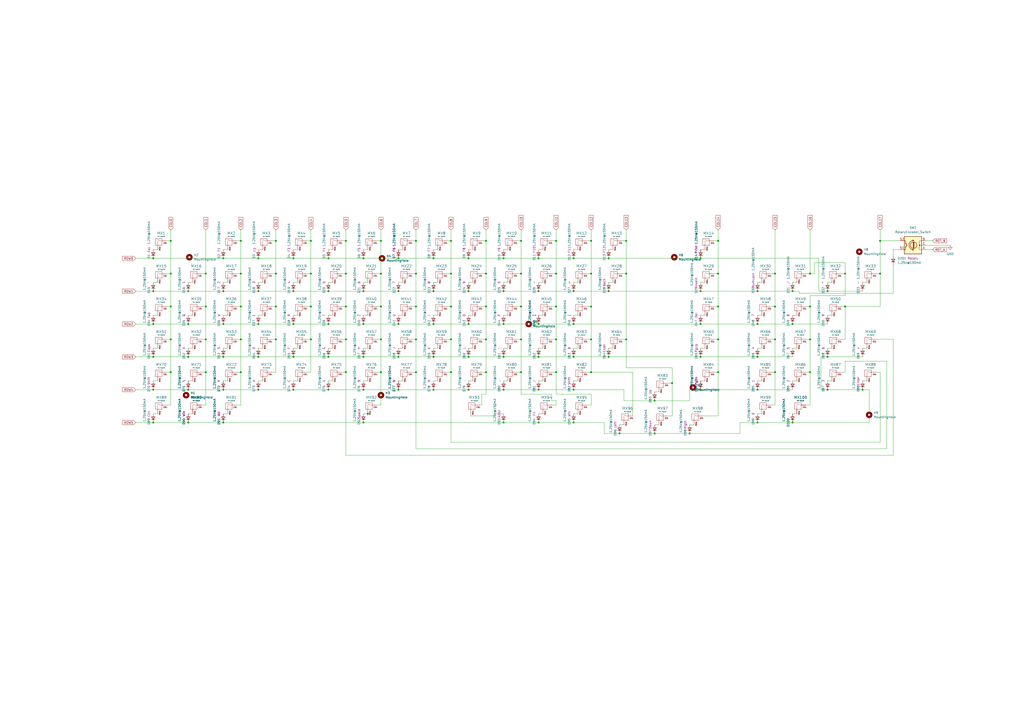
<source format=kicad_sch>
(kicad_sch (version 20211123) (generator eeschema)
  (paper "A2")
  (junction (at 353.06 149.86))
  (junction (at 210.82 149.86))
  (junction (at 241.3 158.75))
  (junction (at 406.4 207.01))
  (junction (at 160.02 158.75))
  (junction (at 129.54 187.96))
  (junction (at 119.38 215.9))
  (junction (at 416.56 177.8))
  (junction (at 363.22 158.75))
  (junction (at 190.5 207.01))
  (junction (at 292.1 245.11))
  (junction (at 170.18 187.96))
  (junction (at 353.06 207.01))
  (junction (at 312.42 226.06))
  (junction (at 251.46 207.01))
  (junction (at 241.3 177.8))
  (junction (at 439.42 187.96))
  (junction (at 469.9 196.85))
  (junction (at 406.4 149.86))
  (junction (at 160.02 139.7))
  (junction (at 220.98 177.8))
  (junction (at 312.42 207.01))
  (junction (at 190.5 168.91))
  (junction (at 180.34 177.8))
  (junction (at 469.9 177.8))
  (junction (at 190.5 149.86))
  (junction (at 231.14 187.96))
  (junction (at 439.42 168.91))
  (junction (at 322.58 139.7))
  (junction (at 271.78 168.91))
  (junction (at 149.86 226.06))
  (junction (at 88.9 149.86))
  (junction (at 261.62 196.85))
  (junction (at 129.54 245.11))
  (junction (at 99.06 139.7))
  (junction (at 490.22 158.75))
  (junction (at 139.7 139.7))
  (junction (at 312.42 187.96))
  (junction (at 302.26 139.7))
  (junction (at 480.06 226.06))
  (junction (at 281.94 196.85))
  (junction (at 302.26 215.9))
  (junction (at 220.98 139.7))
  (junction (at 292.1 187.96))
  (junction (at 210.82 226.06))
  (junction (at 400.05 251.46))
  (junction (at 119.38 158.75))
  (junction (at 200.66 215.9))
  (junction (at 170.18 207.01))
  (junction (at 109.22 226.06))
  (junction (at 200.66 177.8))
  (junction (at 271.78 226.06))
  (junction (at 359.41 251.46))
  (junction (at 99.06 215.9))
  (junction (at 119.38 177.8))
  (junction (at 200.66 158.75))
  (junction (at 88.9 226.06))
  (junction (at 342.9 158.75))
  (junction (at 490.22 177.8))
  (junction (at 416.56 139.7))
  (junction (at 149.86 207.01))
  (junction (at 322.58 158.75))
  (junction (at 459.74 168.91))
  (junction (at 322.58 196.85))
  (junction (at 302.26 196.85))
  (junction (at 480.06 207.01))
  (junction (at 439.42 207.01))
  (junction (at 416.56 196.85))
  (junction (at 281.94 177.8))
  (junction (at 210.82 245.11))
  (junction (at 389.89 222.25))
  (junction (at 99.06 196.85))
  (junction (at 449.58 215.9))
  (junction (at 439.42 226.06))
  (junction (at 109.22 245.11))
  (junction (at 302.26 177.8))
  (junction (at 312.42 168.91))
  (junction (at 149.86 149.86))
  (junction (at 332.74 149.86))
  (junction (at 220.98 196.85))
  (junction (at 180.34 158.75))
  (junction (at 480.06 168.91))
  (junction (at 342.9 177.8))
  (junction (at 251.46 168.91))
  (junction (at 271.78 207.01))
  (junction (at 129.54 168.91))
  (junction (at 332.74 168.91))
  (junction (at 416.56 158.75))
  (junction (at 88.9 168.91))
  (junction (at 406.4 226.06))
  (junction (at 139.7 158.75))
  (junction (at 220.98 215.9))
  (junction (at 332.74 226.06))
  (junction (at 271.78 149.86))
  (junction (at 149.86 187.96))
  (junction (at 129.54 226.06))
  (junction (at 449.58 177.8))
  (junction (at 241.3 139.7))
  (junction (at 241.3 196.85))
  (junction (at 231.14 149.86))
  (junction (at 139.7 196.85))
  (junction (at 200.66 139.7))
  (junction (at 99.06 158.75))
  (junction (at 353.06 168.91))
  (junction (at 139.7 215.9))
  (junction (at 332.74 207.01))
  (junction (at 210.82 187.96))
  (junction (at 170.18 226.06))
  (junction (at 261.62 158.75))
  (junction (at 88.9 187.96))
  (junction (at 160.02 196.85))
  (junction (at 170.18 149.86))
  (junction (at 200.66 196.85))
  (junction (at 342.9 215.9))
  (junction (at 363.22 196.85))
  (junction (at 261.62 215.9))
  (junction (at 439.42 245.11))
  (junction (at 109.22 207.01))
  (junction (at 332.74 187.96))
  (junction (at 88.9 245.11))
  (junction (at 510.54 158.75))
  (junction (at 261.62 139.7))
  (junction (at 459.74 187.96))
  (junction (at 251.46 149.86))
  (junction (at 469.9 215.9))
  (junction (at 99.06 177.8))
  (junction (at 231.14 226.06))
  (junction (at 129.54 207.01))
  (junction (at 469.9 158.75))
  (junction (at 449.58 196.85))
  (junction (at 139.7 177.8))
  (junction (at 332.74 245.11))
  (junction (at 190.5 226.06))
  (junction (at 449.58 158.75))
  (junction (at 500.38 226.06))
  (junction (at 213.36 240.03))
  (junction (at 180.34 196.85))
  (junction (at 312.42 149.86))
  (junction (at 292.1 168.91))
  (junction (at 190.5 187.96))
  (junction (at 119.38 196.85))
  (junction (at 281.94 139.7))
  (junction (at 322.58 215.9))
  (junction (at 379.73 251.46))
  (junction (at 220.98 158.75))
  (junction (at 322.58 177.8))
  (junction (at 231.14 207.01))
  (junction (at 170.18 168.91))
  (junction (at 292.1 149.86))
  (junction (at 342.9 139.7))
  (junction (at 241.3 215.9))
  (junction (at 342.9 196.85))
  (junction (at 210.82 168.91))
  (junction (at 129.54 149.86))
  (junction (at 231.14 168.91))
  (junction (at 261.62 177.8))
  (junction (at 281.94 215.9))
  (junction (at 109.22 187.96))
  (junction (at 109.22 168.91))
  (junction (at 180.34 139.7))
  (junction (at 271.78 187.96))
  (junction (at 292.1 207.01))
  (junction (at 160.02 177.8))
  (junction (at 363.22 139.7))
  (junction (at 281.94 158.75))
  (junction (at 210.82 207.01))
  (junction (at 292.1 226.06))
  (junction (at 406.4 187.96))
  (junction (at 459.74 245.11))
  (junction (at 88.9 207.01))
  (junction (at 251.46 226.06))
  (junction (at 251.46 187.96))
  (junction (at 406.4 168.91))
  (junction (at 149.86 168.91))
  (junction (at 416.56 215.9))
  (junction (at 510.54 139.7))
  (junction (at 302.26 158.75))
  (junction (at 379.73 232.41))
  (junction (at 312.42 245.11))
  (wire (pts (xy 88.9 226.06) (xy 78.74 226.06)))
  (wire (pts (xy 271.78 220.98) (xy 274.32 220.98)))
  (wire (pts (xy 439.42 201.93) (xy 441.96 201.93)))
  (wire (pts (xy 139.7 139.7) (xy 139.7 158.75)))
  (wire (pts (xy 241.3 158.75) (xy 238.76 158.75)))
  (wire (pts (xy 469.9 158.75) (xy 472.44 158.75)))
  (wire (pts (xy 510.54 139.7) (xy 521.97 139.7)))
  (wire (pts (xy 170.18 182.88) (xy 172.72 182.88)))
  (wire (pts (xy 322.58 215.9) (xy 320.04 215.9)))
  (wire (pts (xy 416.56 196.85) (xy 416.56 215.9)))
  (wire (pts (xy 322.58 139.7) (xy 322.58 133.35)))
  (wire (pts (xy 359.41 246.38) (xy 361.95 246.38)))
  (wire (pts (xy 406.4 220.98) (xy 408.94 220.98)))
  (wire (pts (xy 449.58 215.9) (xy 447.04 215.9)))
  (wire (pts (xy 200.66 139.7) (xy 200.66 133.35)))
  (wire (pts (xy 416.56 196.85) (xy 414.02 196.85)))
  (wire (pts (xy 332.74 168.91) (xy 353.06 168.91)))
  (wire (pts (xy 449.58 196.85) (xy 449.58 215.9)))
  (wire (pts (xy 170.18 144.78) (xy 172.72 144.78)))
  (wire (pts (xy 251.46 220.98) (xy 254 220.98)))
  (wire (pts (xy 88.9 149.86) (xy 129.54 149.86)))
  (wire (pts (xy 137.16 158.75) (xy 139.7 158.75)))
  (wire (pts (xy 332.74 144.78) (xy 335.28 144.78)))
  (wire (pts (xy 480.06 207.01) (xy 500.38 207.01)))
  (wire (pts (xy 190.5 168.91) (xy 210.82 168.91)))
  (wire (pts (xy 119.38 158.75) (xy 119.38 177.8)))
  (wire (pts (xy 119.38 215.9) (xy 119.38 234.95)))
  (wire (pts (xy 210.82 149.86) (xy 231.14 149.86)))
  (wire (pts (xy 322.58 177.8) (xy 320.04 177.8)))
  (wire (pts (xy 210.82 163.83) (xy 213.36 163.83)))
  (wire (pts (xy 241.3 139.7) (xy 241.3 133.35)))
  (wire (pts (xy 88.9 182.88) (xy 91.44 182.88)))
  (wire (pts (xy 459.74 201.93) (xy 462.28 201.93)))
  (wire (pts (xy 109.22 187.96) (xy 129.54 187.96)))
  (wire (pts (xy 320.04 232.41) (xy 322.58 232.41)))
  (wire (pts (xy 281.94 177.8) (xy 279.4 177.8)))
  (wire (pts (xy 490.22 158.75) (xy 490.22 171.45)))
  (wire (pts (xy 400.05 251.46) (xy 429.26 251.46)))
  (wire (pts (xy 302.26 139.7) (xy 299.72 139.7)))
  (wire (pts (xy 514.35 209.55) (xy 490.22 209.55)))
  (wire (pts (xy 129.54 149.86) (xy 149.86 149.86)))
  (wire (pts (xy 180.34 215.9) (xy 177.8 215.9)))
  (wire (pts (xy 447.04 158.75) (xy 449.58 158.75)))
  (wire (pts (xy 271.78 201.93) (xy 274.32 201.93)))
  (wire (pts (xy 180.34 139.7) (xy 180.34 158.75)))
  (wire (pts (xy 88.9 207.01) (xy 78.74 207.01)))
  (wire (pts (xy 129.54 168.91) (xy 149.86 168.91)))
  (wire (pts (xy 109.22 182.88) (xy 111.76 182.88)))
  (wire (pts (xy 210.82 201.93) (xy 213.36 201.93)))
  (wire (pts (xy 500.38 201.93) (xy 502.92 201.93)))
  (wire (pts (xy 537.21 144.78) (xy 541.02 144.78)))
  (wire (pts (xy 312.42 144.78) (xy 314.96 144.78)))
  (wire (pts (xy 160.02 215.9) (xy 157.48 215.9)))
  (wire (pts (xy 273.05 241.3) (xy 287.02 241.3)))
  (wire (pts (xy 322.58 177.8) (xy 322.58 196.85)))
  (wire (pts (xy 537.21 142.24) (xy 551.18 142.24)))
  (wire (pts (xy 439.42 163.83) (xy 441.96 163.83)))
  (wire (pts (xy 429.26 245.11) (xy 439.42 245.11)))
  (wire (pts (xy 160.02 177.8) (xy 160.02 196.85)))
  (wire (pts (xy 88.9 163.83) (xy 91.44 163.83)))
  (wire (pts (xy 241.3 158.75) (xy 241.3 139.7)))
  (wire (pts (xy 312.42 182.88) (xy 314.96 182.88)))
  (wire (pts (xy 281.94 177.8) (xy 281.94 196.85)))
  (wire (pts (xy 312.42 201.93) (xy 314.96 201.93)))
  (wire (pts (xy 312.42 168.91) (xy 332.74 168.91)))
  (wire (pts (xy 312.42 187.96) (xy 332.74 187.96)))
  (wire (pts (xy 510.54 256.54) (xy 510.54 215.9)))
  (wire (pts (xy 251.46 187.96) (xy 271.78 187.96)))
  (wire (pts (xy 504.19 245.11) (xy 504.19 226.06)))
  (wire (pts (xy 292.1 187.96) (xy 312.42 187.96)))
  (wire (pts (xy 88.9 245.11) (xy 109.22 245.11)))
  (wire (pts (xy 241.3 139.7) (xy 238.76 139.7)))
  (wire (pts (xy 96.52 158.75) (xy 99.06 158.75)))
  (wire (pts (xy 459.74 163.83) (xy 462.28 163.83)))
  (wire (pts (xy 129.54 240.03) (xy 132.08 240.03)))
  (wire (pts (xy 302.26 139.7) (xy 302.26 133.35)))
  (wire (pts (xy 500.38 163.83) (xy 502.92 163.83)))
  (wire (pts (xy 129.54 245.11) (xy 210.82 245.11)))
  (wire (pts (xy 220.98 215.9) (xy 220.98 234.95)))
  (wire (pts (xy 149.86 149.86) (xy 170.18 149.86)))
  (wire (pts (xy 332.74 240.03) (xy 335.28 240.03)))
  (wire (pts (xy 537.21 139.7) (xy 541.02 139.7)))
  (wire (pts (xy 469.9 234.95) (xy 467.36 234.95)))
  (wire (pts (xy 129.54 207.01) (xy 149.86 207.01)))
  (wire (pts (xy 88.9 201.93) (xy 91.44 201.93)))
  (wire (pts (xy 137.16 196.85) (xy 139.7 196.85)))
  (wire (pts (xy 353.06 149.86) (xy 406.4 149.86)))
  (wire (pts (xy 322.58 139.7) (xy 322.58 158.75)))
  (wire (pts (xy 416.56 241.3) (xy 407.67 241.3)))
  (wire (pts (xy 160.02 139.7) (xy 160.02 133.35)))
  (wire (pts (xy 231.14 207.01) (xy 251.46 207.01)))
  (wire (pts (xy 439.42 207.01) (xy 459.74 207.01)))
  (wire (pts (xy 480.06 182.88) (xy 482.6 182.88)))
  (wire (pts (xy 271.78 149.86) (xy 292.1 149.86)))
  (wire (pts (xy 389.89 213.36) (xy 389.89 222.25)))
  (wire (pts (xy 302.26 228.6) (xy 320.04 228.6)))
  (wire (pts (xy 353.06 207.01) (xy 406.4 207.01)))
  (wire (pts (xy 287.02 234.95) (xy 288.29 234.95)))
  (wire (pts (xy 190.5 182.88) (xy 193.04 182.88)))
  (wire (pts (xy 439.42 240.03) (xy 441.96 240.03)))
  (wire (pts (xy 170.18 163.83) (xy 172.72 163.83)))
  (wire (pts (xy 278.13 234.95) (xy 279.4 234.95)))
  (wire (pts (xy 129.54 182.88) (xy 132.08 182.88)))
  (wire (pts (xy 312.42 220.98) (xy 314.96 220.98)))
  (wire (pts (xy 190.5 220.98) (xy 193.04 220.98)))
  (wire (pts (xy 241.3 196.85) (xy 238.76 196.85)))
  (wire (pts (xy 332.74 226.06) (xy 361.95 226.06)))
  (wire (pts (xy 99.06 215.9) (xy 99.06 234.95)))
  (wire (pts (xy 220.98 177.8) (xy 220.98 196.85)))
  (wire (pts (xy 190.5 163.83) (xy 193.04 163.83)))
  (wire (pts (xy 190.5 226.06) (xy 210.82 226.06)))
  (wire (pts (xy 292.1 245.11) (xy 312.42 245.11)))
  (wire (pts (xy 469.9 215.9) (xy 469.9 234.95)))
  (wire (pts (xy 210.82 182.88) (xy 213.36 182.88)))
  (wire (pts (xy 342.9 215.9) (xy 342.9 196.85)))
  (wire (pts (xy 469.9 215.9) (xy 467.36 215.9)))
  (wire (pts (xy 271.78 226.06) (xy 292.1 226.06)))
  (wire (pts (xy 332.74 149.86) (xy 353.06 149.86)))
  (wire (pts (xy 241.3 215.9) (xy 241.3 260.35)))
  (wire (pts (xy 96.52 177.8) (xy 99.06 177.8)))
  (wire (pts (xy 302.26 196.85) (xy 302.26 177.8)))
  (wire (pts (xy 292.1 201.93) (xy 294.64 201.93)))
  (wire (pts (xy 279.4 228.6) (xy 281.94 228.6)))
  (wire (pts (xy 510.54 139.7) (xy 510.54 133.35)))
  (wire (pts (xy 302.26 158.75) (xy 299.72 158.75)))
  (wire (pts (xy 180.34 196.85) (xy 177.8 196.85)))
  (wire (pts (xy 469.9 196.85) (xy 469.9 215.9)))
  (wire (pts (xy 449.58 234.95) (xy 447.04 234.95)))
  (wire (pts (xy 220.98 139.7) (xy 220.98 158.75)))
  (wire (pts (xy 439.42 168.91) (xy 459.74 168.91)))
  (wire (pts (xy 350.52 245.11) (xy 350.52 251.46)))
  (wire (pts (xy 332.74 182.88) (xy 335.28 182.88)))
  (wire (pts (xy 109.22 240.03) (xy 111.76 240.03)))
  (wire (pts (xy 180.34 196.85) (xy 180.34 215.9)))
  (wire (pts (xy 389.89 241.3) (xy 387.35 241.3)))
  (wire (pts (xy 271.78 187.96) (xy 292.1 187.96)))
  (wire (pts (xy 332.74 220.98) (xy 335.28 220.98)))
  (wire (pts (xy 490.22 209.55) (xy 490.22 215.9)))
  (wire (pts (xy 518.16 153.67) (xy 518.16 170.18)))
  (wire (pts (xy 271.78 168.91) (xy 292.1 168.91)))
  (wire (pts (xy 271.78 144.78) (xy 274.32 144.78)))
  (wire (pts (xy 261.62 177.8) (xy 261.62 196.85)))
  (wire (pts (xy 379.73 246.38) (xy 382.27 246.38)))
  (wire (pts (xy 302.26 215.9) (xy 302.26 228.6)))
  (wire (pts (xy 312.42 149.86) (xy 332.74 149.86)))
  (wire (pts (xy 406.4 168.91) (xy 439.42 168.91)))
  (wire (pts (xy 99.06 139.7) (xy 99.06 158.75)))
  (wire (pts (xy 281.94 196.85) (xy 279.4 196.85)))
  (wire (pts (xy 510.54 158.75) (xy 510.54 177.8)))
  (wire (pts (xy 459.74 187.96) (xy 480.06 187.96)))
  (wire (pts (xy 342.9 196.85) (xy 340.36 196.85)))
  (wire (pts (xy 99.06 234.95) (xy 96.52 234.95)))
  (wire (pts (xy 320.04 228.6) (xy 320.04 232.41)))
  (wire (pts (xy 160.02 196.85) (xy 160.02 215.9)))
  (wire (pts (xy 480.06 163.83) (xy 482.6 163.83)))
  (wire (pts (xy 281.94 139.7) (xy 281.94 133.35)))
  (wire (pts (xy 414.02 139.7) (xy 416.56 139.7)))
  (wire (pts (xy 353.06 168.91) (xy 406.4 168.91)))
  (wire (pts (xy 400.05 226.06) (xy 406.4 226.06)))
  (wire (pts (xy 469.9 177.8) (xy 467.36 177.8)))
  (wire (pts (xy 322.58 158.75) (xy 322.58 177.8)))
  (wire (pts (xy 367.03 215.9) (xy 367.03 241.3)))
  (wire (pts (xy 116.84 215.9) (xy 119.38 215.9)))
  (wire (pts (xy 281.94 196.85) (xy 281.94 215.9)))
  (wire (pts (xy 261.62 158.75) (xy 259.08 158.75)))
  (wire (pts (xy 342.9 139.7) (xy 342.9 133.35)))
  (wire (pts (xy 360.68 139.7) (xy 363.22 139.7)))
  (wire (pts (xy 200.66 196.85) (xy 200.66 177.8)))
  (wire (pts (xy 510.54 215.9) (xy 508 215.9)))
  (wire (pts (xy 210.82 187.96) (xy 231.14 187.96)))
  (wire (pts (xy 137.16 177.8) (xy 139.7 177.8)))
  (wire (pts (xy 379.73 227.33) (xy 382.27 227.33)))
  (wire (pts (xy 210.82 245.11) (xy 292.1 245.11)))
  (wire (pts (xy 259.08 139.7) (xy 261.62 139.7)))
  (wire (pts (xy 463.55 170.18) (xy 518.16 170.18)))
  (wire (pts (xy 231.14 220.98) (xy 233.68 220.98)))
  (wire (pts (xy 241.3 260.35) (xy 514.35 260.35)))
  (wire (pts (xy 400.05 246.38) (xy 402.59 246.38)))
  (wire (pts (xy 241.3 215.9) (xy 241.3 196.85)))
  (wire (pts (xy 353.06 144.78) (xy 355.6 144.78)))
  (wire (pts (xy 137.16 139.7) (xy 139.7 139.7)))
  (wire (pts (xy 139.7 215.9) (xy 139.7 234.95)))
  (wire (pts (xy 238.76 215.9) (xy 241.3 215.9)))
  (wire (pts (xy 449.58 158.75) (xy 449.58 177.8)))
  (wire (pts (xy 467.36 158.75) (xy 469.9 158.75)))
  (wire (pts (xy 332.74 207.01) (xy 353.06 207.01)))
  (wire (pts (xy 518.16 264.16) (xy 518.16 196.85)))
  (wire (pts (xy 302.26 215.9) (xy 302.26 196.85)))
  (wire (pts (xy 116.84 158.75) (xy 119.38 158.75)))
  (wire (pts (xy 459.74 245.11) (xy 504.19 245.11)))
  (wire (pts (xy 210.82 220.98) (xy 213.36 220.98)))
  (wire (pts (xy 88.9 144.78) (xy 91.44 144.78)))
  (wire (pts (xy 96.52 215.9) (xy 99.06 215.9)))
  (wire (pts (xy 180.34 177.8) (xy 177.8 177.8)))
  (wire (pts (xy 129.54 187.96) (xy 149.86 187.96)))
  (wire (pts (xy 379.73 232.41) (xy 400.05 232.41)))
  (wire (pts (xy 312.42 163.83) (xy 314.96 163.83)))
  (wire (pts (xy 170.18 226.06) (xy 190.5 226.06)))
  (wire (pts (xy 322.58 228.6) (xy 342.9 228.6)))
  (wire (pts (xy 190.5 201.93) (xy 193.04 201.93)))
  (wire (pts (xy 332.74 163.83) (xy 335.28 163.83)))
  (wire (pts (xy 302.26 177.8) (xy 302.26 158.75)))
  (wire (pts (xy 241.3 177.8) (xy 241.3 158.75)))
  (wire (pts (xy 359.41 251.46) (xy 379.73 251.46)))
  (wire (pts (xy 449.58 196.85) (xy 447.04 196.85)))
  (wire (pts (xy 129.54 144.78) (xy 132.08 144.78)))
  (wire (pts (xy 363.22 196.85) (xy 363.22 213.36)))
  (wire (pts (xy 271.78 182.88) (xy 274.32 182.88)))
  (wire (pts (xy 363.22 139.7) (xy 363.22 133.35)))
  (wire (pts (xy 363.22 196.85) (xy 360.68 196.85)))
  (wire (pts (xy 213.36 240.03) (xy 213.36 241.3)))
  (wire (pts (xy 476.25 226.06) (xy 476.25 207.01)))
  (wire (pts (xy 416.56 215.9) (xy 414.02 215.9)))
  (wire (pts (xy 139.7 139.7) (xy 139.7 133.35)))
  (wire (pts (xy 170.18 207.01) (xy 190.5 207.01)))
  (wire (pts (xy 363.22 158.75) (xy 363.22 196.85)))
  (wire (pts (xy 281.94 139.7) (xy 281.94 158.75)))
  (wire (pts (xy 231.14 201.93) (xy 233.68 201.93)))
  (wire (pts (xy 210.82 240.03) (xy 213.36 240.03)))
  (wire (pts (xy 129.54 201.93) (xy 132.08 201.93)))
  (wire (pts (xy 287.02 241.3) (xy 287.02 240.03)))
  (wire (pts (xy 139.7 234.95) (xy 137.16 234.95)))
  (wire (pts (xy 241.3 196.85) (xy 241.3 177.8)))
  (wire (pts (xy 200.66 264.16) (xy 518.16 264.16)))
  (wire (pts (xy 449.58 177.8) (xy 447.04 177.8)))
  (wire (pts (xy 137.16 215.9) (xy 139.7 215.9)))
  (wire (pts (xy 281.94 158.75) (xy 281.94 177.8)))
  (wire (pts (xy 88.9 226.06) (xy 109.22 226.06)))
  (wire (pts (xy 361.95 232.41) (xy 379.73 232.41)))
  (wire (pts (xy 119.38 196.85) (xy 119.38 215.9)))
  (wire (pts (xy 292.1 163.83) (xy 294.64 163.83)))
  (wire (pts (xy 210.82 144.78) (xy 213.36 144.78)))
  (wire (pts (xy 99.06 158.75) (xy 99.06 177.8)))
  (wire (pts (xy 261.62 139.7) (xy 261.62 133.35)))
  (wire (pts (xy 220.98 158.75) (xy 218.44 158.75)))
  (wire (pts (xy 231.14 168.91) (xy 251.46 168.91)))
  (wire (pts (xy 363.22 139.7) (xy 363.22 158.75)))
  (wire (pts (xy 518.16 196.85) (xy 508 196.85)))
  (wire (pts (xy 88.9 207.01) (xy 109.22 207.01)))
  (wire (pts (xy 490.22 196.85) (xy 487.68 196.85)))
  (wire (pts (xy 129.54 163.83) (xy 132.08 163.83)))
  (wire (pts (xy 504.19 226.06) (xy 500.38 226.06)))
  (wire (pts (xy 261.62 158.75) (xy 261.62 177.8)))
  (wire (pts (xy 88.9 220.98) (xy 91.44 220.98)))
  (wire (pts (xy 508 158.75) (xy 510.54 158.75)))
  (wire (pts (xy 389.89 222.25) (xy 389.89 241.3)))
  (wire (pts (xy 416.56 158.75) (xy 416.56 177.8)))
  (wire (pts (xy 210.82 226.06) (xy 231.14 226.06)))
  (wire (pts (xy 332.74 245.11) (xy 350.52 245.11)))
  (wire (pts (xy 251.46 226.06) (xy 271.78 226.06)))
  (wire (pts (xy 416.56 158.75) (xy 414.02 158.75)))
  (wire (pts (xy 463.55 168.91) (xy 463.55 170.18)))
  (wire (pts (xy 220.98 196.85) (xy 220.98 215.9)))
  (wire (pts (xy 210.82 168.91) (xy 231.14 168.91)))
  (wire (pts (xy 416.56 139.7) (xy 416.56 133.35)))
  (wire (pts (xy 350.52 251.46) (xy 359.41 251.46)))
  (wire (pts (xy 480.06 226.06) (xy 476.25 226.06)))
  (wire (pts (xy 149.86 182.88) (xy 152.4 182.88)))
  (wire (pts (xy 109.22 245.11) (xy 129.54 245.11)))
  (wire (pts (xy 129.54 220.98) (xy 132.08 220.98)))
  (wire (pts (xy 157.48 158.75) (xy 160.02 158.75)))
  (wire (pts (xy 490.22 177.8) (xy 490.22 196.85)))
  (wire (pts (xy 220.98 139.7) (xy 220.98 133.35)))
  (wire (pts (xy 322.58 234.95) (xy 320.04 234.95)))
  (wire (pts (xy 119.38 158.75) (xy 119.38 133.35)))
  (wire (pts (xy 220.98 234.95) (xy 218.44 234.95)))
  (wire (pts (xy 251.46 168.91) (xy 271.78 168.91)))
  (wire (pts (xy 99.06 196.85) (xy 99.06 215.9)))
  (wire (pts (xy 514.35 260.35) (xy 514.35 209.55)))
  (wire (pts (xy 251.46 207.01) (xy 271.78 207.01)))
  (wire (pts (xy 312.42 245.11) (xy 332.74 245.11)))
  (wire (pts (xy 180.34 177.8) (xy 180.34 196.85)))
  (wire (pts (xy 109.22 201.93) (xy 111.76 201.93)))
  (wire (pts (xy 190.5 207.01) (xy 210.82 207.01)))
  (wire (pts (xy 200.66 177.8) (xy 200.66 158.75)))
  (wire (pts (xy 157.48 139.7) (xy 160.02 139.7)))
  (wire (pts (xy 200.66 139.7) (xy 198.12 139.7)))
  (wire (pts (xy 241.3 177.8) (xy 238.76 177.8)))
  (wire (pts (xy 480.06 220.98) (xy 482.6 220.98)))
  (wire (pts (xy 490.22 171.45) (xy 469.9 171.45)))
  (wire (pts (xy 180.34 139.7) (xy 180.34 133.35)))
  (wire (pts (xy 177.8 139.7) (xy 180.34 139.7)))
  (wire (pts (xy 88.9 168.91) (xy 78.74 168.91)))
  (wire (pts (xy 190.5 149.86) (xy 210.82 149.86)))
  (wire (pts (xy 251.46 144.78) (xy 254 144.78)))
  (wire (pts (xy 88.9 240.03) (xy 91.44 240.03)))
  (wire (pts (xy 292.1 144.78) (xy 294.64 144.78)))
  (wire (pts (xy 322.58 215.9) (xy 322.58 228.6)))
  (wire (pts (xy 88.9 187.96) (xy 109.22 187.96)))
  (wire (pts (xy 149.86 201.93) (xy 152.4 201.93)))
  (wire (pts (xy 279.4 234.95) (xy 279.4 228.6)))
  (wire (pts (xy 406.4 144.78) (xy 408.94 144.78)))
  (wire (pts (xy 342.9 215.9) (xy 367.03 215.9)))
  (wire (pts (xy 96.52 139.7) (xy 99.06 139.7)))
  (wire (pts (xy 342.9 177.8) (xy 342.9 158.75)))
  (wire (pts (xy 416.56 177.8) (xy 414.02 177.8)))
  (wire (pts (xy 342.9 177.8) (xy 340.36 177.8)))
  (wire (pts (xy 439.42 226.06) (xy 459.74 226.06)))
  (wire (pts (xy 332.74 201.93) (xy 335.28 201.93)))
  (wire (pts (xy 342.9 228.6) (xy 342.9 234.95)))
  (wire (pts (xy 119.38 177.8) (xy 119.38 196.85)))
  (wire (pts (xy 149.86 226.06) (xy 170.18 226.06)))
  (wire (pts (xy 363.22 158.75) (xy 360.68 158.75)))
  (wire (pts (xy 353.06 201.93) (xy 355.6 201.93)))
  (wire (pts (xy 449.58 158.75) (xy 449.58 133.35)))
  (wire (pts (xy 459.74 168.91) (xy 463.55 168.91)))
  (wire (pts (xy 406.4 187.96) (xy 439.42 187.96)))
  (wire (pts (xy 99.06 133.35) (xy 99.06 139.7)))
  (wire (pts (xy 271.78 207.01) (xy 292.1 207.01)))
  (wire (pts (xy 459.74 220.98) (xy 462.28 220.98)))
  (wire (pts (xy 342.9 139.7) (xy 340.36 139.7)))
  (wire (pts (xy 490.22 215.9) (xy 487.68 215.9)))
  (wire (pts (xy 439.42 187.96) (xy 459.74 187.96)))
  (wire (pts (xy 198.12 215.9) (xy 200.66 215.9)))
  (wire (pts (xy 459.74 240.03) (xy 462.28 240.03)))
  (wire (pts (xy 220.98 196.85) (xy 218.44 196.85)))
  (wire (pts (xy 332.74 187.96) (xy 406.4 187.96)))
  (wire (pts (xy 406.4 163.83) (xy 408.94 163.83)))
  (wire (pts (xy 160.02 158.75) (xy 160.02 177.8)))
  (wire (pts (xy 416.56 215.9) (xy 416.56 241.3)))
  (wire (pts (xy 261.62 256.54) (xy 510.54 256.54)))
  (wire (pts (xy 170.18 187.96) (xy 190.5 187.96)))
  (wire (pts (xy 406.4 226.06) (xy 439.42 226.06)))
  (wire (pts (xy 322.58 232.41) (xy 322.58 234.95)))
  (wire (pts (xy 500.38 220.98) (xy 502.92 220.98)))
  (wire (pts (xy 474.98 149.86) (xy 474.98 168.91)))
  (wire (pts (xy 429.26 251.46) (xy 429.26 245.11)))
  (wire (pts (xy 322.58 196.85) (xy 322.58 215.9)))
  (wire (pts (xy 139.7 177.8) (xy 139.7 196.85)))
  (wire (pts (xy 416.56 177.8) (xy 416.56 196.85)))
  (wire (pts (xy 109.22 226.06) (xy 129.54 226.06)))
  (wire (pts (xy 139.7 158.75) (xy 139.7 177.8)))
  (wire (pts (xy 439.42 245.11) (xy 459.74 245.11)))
  (wire (pts (xy 180.34 158.75) (xy 180.34 177.8)))
  (wire (pts (xy 322.58 196.85) (xy 320.04 196.85)))
  (wire (pts (xy 109.22 220.98) (xy 111.76 220.98)))
  (wire (pts (xy 220.98 158.75) (xy 220.98 177.8)))
  (wire (pts (xy 160.02 139.7) (xy 160.02 158.75)))
  (wire (pts (xy 500.38 226.06) (xy 480.06 226.06)))
  (wire (pts (xy 139.7 196.85) (xy 139.7 215.9)))
  (wire (pts (xy 88.9 168.91) (xy 109.22 168.91)))
  (wire (pts (xy 510.54 158.75) (xy 510.54 139.7)))
  (wire (pts (xy 210.82 207.01) (xy 231.14 207.01)))
  (wire (pts (xy 231.14 163.83) (xy 233.68 163.83)))
  (wire (pts (xy 312.42 240.03) (xy 314.96 240.03)))
  (wire (pts (xy 231.14 182.88) (xy 233.68 182.88)))
  (wire (pts (xy 302.26 177.8) (xy 299.72 177.8)))
  (wire (pts (xy 149.86 144.78) (xy 152.4 144.78)))
  (wire (pts (xy 88.9 187.96) (xy 78.74 187.96)))
  (wire (pts (xy 302.26 215.9) (xy 299.72 215.9)))
  (wire (pts (xy 200.66 196.85) (xy 198.12 196.85)))
  (wire (pts (xy 271.78 163.83) (xy 274.32 163.83)))
  (wire (pts (xy 279.4 139.7) (xy 281.94 139.7)))
  (wire (pts (xy 190.5 187.96) (xy 210.82 187.96)))
  (wire (pts (xy 281.94 215.9) (xy 281.94 228.6)))
  (wire (pts (xy 342.9 196.85) (xy 342.9 177.8)))
  (wire (pts (xy 261.62 139.7) (xy 261.62 158.75)))
  (wire (pts (xy 342.9 158.75) (xy 342.9 139.7)))
  (wire (pts (xy 149.86 220.98) (xy 152.4 220.98)))
  (wire (pts (xy 200.66 158.75) (xy 200.66 139.7)))
  (wire (pts (xy 116.84 177.8) (xy 119.38 177.8)))
  (wire (pts (xy 231.14 149.86) (xy 251.46 149.86)))
  (wire (pts (xy 261.62 215.9) (xy 259.08 215.9)))
  (wire (pts (xy 292.1 207.01) (xy 312.42 207.01)))
  (wire (pts (xy 292.1 220.98) (xy 294.64 220.98)))
  (wire (pts (xy 261.62 196.85) (xy 261.62 215.9)))
  (wire (pts (xy 220.98 177.8) (xy 218.44 177.8)))
  (wire (pts (xy 312.42 207.01) (xy 332.74 207.01)))
  (wire (pts (xy 469.9 171.45) (xy 469.9 177.8)))
  (wire (pts (xy 170.18 201.93) (xy 172.72 201.93)))
  (wire (pts (xy 439.42 182.88) (xy 441.96 182.88)))
  (wire (pts (xy 449.58 215.9) (xy 449.58 234.95)))
  (wire (pts (xy 251.46 149.86) (xy 271.78 149.86)))
  (wire (pts (xy 320.04 139.7) (xy 322.58 139.7)))
  (wire (pts (xy 302.26 158.75) (xy 302.26 139.7)))
  (wire (pts (xy 490.22 158.75) (xy 487.68 158.75)))
  (wire (pts (xy 170.18 149.86) (xy 190.5 149.86)))
  (wire (pts (xy 476.25 207.01) (xy 480.06 207.01)))
  (wire (pts (xy 510.54 177.8) (xy 490.22 177.8)))
  (wire (pts (xy 322.58 158.75) (xy 320.04 158.75)))
  (wire (pts (xy 287.02 240.03) (xy 292.1 240.03)))
  (wire (pts (xy 251.46 163.83) (xy 254 163.83)))
  (wire (pts (xy 459.74 182.88) (xy 462.28 182.88)))
  (wire (pts (xy 292.1 168.91) (xy 312.42 168.91)))
  (wire (pts (xy 406.4 182.88) (xy 408.94 182.88)))
  (wire (pts (xy 292.1 226.06) (xy 312.42 226.06)))
  (wire (pts (xy 281.94 158.75) (xy 279.4 158.75)))
  (wire (pts (xy 472.44 152.4) (xy 490.22 152.4)))
  (wire (pts (xy 406.4 149.86) (xy 474.98 149.86)))
  (wire (pts (xy 474.98 168.91) (xy 480.06 168.91)))
  (wire (pts (xy 261.62 196.85) (xy 259.08 196.85)))
  (wire (pts (xy 96.52 196.85) (xy 99.06 196.85)))
  (wire (pts (xy 472.44 158.75) (xy 472.44 152.4)))
  (wire (pts (xy 88.9 149.86) (xy 78.74 149.86)))
  (wire (pts (xy 469.9 196.85) (xy 467.36 196.85)))
  (wire (pts (xy 480.06 201.93) (xy 482.6 201.93)))
  (wire (pts (xy 231.14 187.96) (xy 251.46 187.96)))
  (wire (pts (xy 218.44 139.7) (xy 220.98 139.7)))
  (wire (pts (xy 109.22 163.83) (xy 111.76 163.83)))
  (wire (pts (xy 129.54 226.06) (xy 149.86 226.06)))
  (wire (pts (xy 518.16 144.78) (xy 518.16 148.59)))
  (wire (pts (xy 521.97 144.78) (xy 518.16 144.78)))
  (wire (pts (xy 116.84 196.85) (xy 119.38 196.85)))
  (wire (pts (xy 157.48 196.85) (xy 160.02 196.85)))
  (wire (pts (xy 469.9 177.8) (xy 469.9 196.85)))
  (wire (pts (xy 490.22 152.4) (xy 490.22 158.75)))
  (wire (pts (xy 200.66 215.9) (xy 200.66 264.16)))
  (wire (pts (xy 157.48 177.8) (xy 160.02 177.8)))
  (wire (pts (xy 149.86 207.01) (xy 170.18 207.01)))
  (wire (pts (xy 200.66 215.9) (xy 200.66 196.85)))
  (wire (pts (xy 406.4 207.01) (xy 439.42 207.01)))
  (wire (pts (xy 149.86 163.83) (xy 152.4 163.83)))
  (wire (pts (xy 379.73 251.46) (xy 400.05 251.46)))
  (wire (pts (xy 251.46 182.88) (xy 254 182.88)))
  (wire (pts (xy 292.1 182.88) (xy 294.64 182.88)))
  (wire (pts (xy 261.62 177.8) (xy 259.08 177.8)))
  (wire (pts (xy 490.22 177.8) (xy 487.68 177.8)))
  (wire (pts (xy 88.9 245.11) (xy 78.74 245.11)))
  (wire (pts (xy 220.98 215.9) (xy 218.44 215.9)))
  (wire (pts (xy 312.42 226.06) (xy 332.74 226.06)))
  (wire (pts (xy 353.06 163.83) (xy 355.6 163.83)))
  (wire (pts (xy 302.26 196.85) (xy 299.72 196.85)))
  (wire (pts (xy 340.36 234.95) (xy 342.9 234.95)))
  (wire (pts (xy 251.46 201.93) (xy 254 201.93)))
  (wire (pts (xy 231.14 226.06) (xy 251.46 226.06)))
  (wire (pts (xy 342.9 215.9) (xy 340.36 215.9)))
  (wire (pts (xy 109.22 207.01) (xy 129.54 207.01)))
  (wire (pts (xy 363.22 213.36) (xy 389.89 213.36)))
  (wire (pts (xy 180.34 158.75) (xy 177.8 158.75)))
  (wire (pts (xy 190.5 144.78) (xy 193.04 144.78)))
  (wire (pts (xy 400.05 232.41) (xy 400.05 226.06)))
  (wire (pts (xy 99.06 177.8) (xy 99.06 196.85)))
  (wire (pts (xy 406.4 201.93) (xy 408.94 201.93)))
  (wire (pts (xy 342.9 158.75) (xy 340.36 158.75)))
  (wire (pts (xy 231.14 144.78) (xy 233.68 144.78)))
  (wire (pts (xy 281.94 215.9) (xy 279.4 215.9)))
  (wire (pts (xy 480.06 168.91) (xy 500.38 168.91)))
  (wire (pts (xy 119.38 234.95) (xy 116.84 234.95)))
  (wire (pts (xy 469.9 158.75) (xy 469.9 133.35)))
  (wire (pts (xy 292.1 149.86) (xy 312.42 149.86)))
  (wire (pts (xy 170.18 220.98) (xy 172.72 220.98)))
  (wire (pts (xy 109.22 168.91) (xy 129.54 168.91)))
  (wire (pts (xy 416.56 139.7) (xy 416.56 158.75)))
  (wire (pts (xy 200.66 158.75) (xy 198.12 158.75)))
  (wire (pts (xy 261.62 215.9) (xy 261.62 256.54)))
  (wire (pts (xy 149.86 168.91) (xy 170.18 168.91)))
  (wire (pts (xy 149.86 187.96) (xy 170.18 187.96)))
  (wire (pts (xy 200.66 177.8) (xy 198.12 177.8)))
  (wire (pts (xy 361.95 226.06) (xy 361.95 232.41)))
  (wire (pts (xy 449.58 177.8) (xy 449.58 196.85)))
  (wire (pts (xy 389.89 222.25) (xy 387.35 222.25)))
  (wire (pts (xy 439.42 220.98) (xy 441.96 220.98)))
  (wire (pts (xy 273.05 240.03) (xy 273.05 241.3)))
  (wire (pts (xy 170.18 168.91) (xy 190.5 168.91)))
  (global_label "COL16" (shape input) (at 469.9 133.35 90) (property "Intersheet References" "${INTERSHEET_REFS}" (effects hide)))
  (global_label "ROW2" (shape input) (at 78.74 187.96 180) (property "Intersheet References" "${INTERSHEET_REFS}" (effects hide)))
  (global_label "ROW1" (shape input) (at 78.74 168.91 180) (property "Intersheet References" "${INTERSHEET_REFS}" (effects hide)))
  (global_label "COL4" (shape input) (at 180.34 133.35 90) (property "Intersheet References" "${INTERSHEET_REFS}" (effects hide)))
  (global_label "ROW4" (shape input) (at 78.74 226.06 180) (property "Intersheet References" "${INTERSHEET_REFS}" (effects hide)))
  (global_label "ROT_A" (shape input) (at 541.02 144.78 0) (property "Intersheet References" "${INTERSHEET_REFS}" (effects hide)))
  (global_label "COL12" (shape input) (at 342.9 133.35 90) (property "Intersheet References" "${INTERSHEET_REFS}" (effects hide)))
  (global_label "COL9" (shape input) (at 281.94 133.35 90) (property "Intersheet References" "${INTERSHEET_REFS}" (effects hide)))
  (global_label "COL0" (shape input) (at 99.06 133.35 90) (property "Intersheet References" "${INTERSHEET_REFS}" (effects hide)))
  (global_label "COL10" (shape input) (at 302.26 133.35 90) (property "Intersheet References" "${INTERSHEET_REFS}" (effects hide)))
  (global_label "COL11" (shape input) (at 322.58 133.35 90) (property "Intersheet References" "${INTERSHEET_REFS}" (effects hide)))
  (global_label "COL13" (shape input) (at 363.22 133.35 90) (property "Intersheet References" "${INTERSHEET_REFS}" (effects hide)))
  (global_label "ROW5" (shape input) (at 78.74 245.11 180) (property "Intersheet References" "${INTERSHEET_REFS}" (effects hide)))
  (global_label "ROW3" (shape input) (at 78.74 207.01 180) (property "Intersheet References" "${INTERSHEET_REFS}" (effects hide)))
  (global_label "COL6" (shape input) (at 220.98 133.35 90) (property "Intersheet References" "${INTERSHEET_REFS}" (effects hide)))
  (global_label "COL8" (shape input) (at 261.62 133.35 90) (property "Intersheet References" "${INTERSHEET_REFS}" (effects hide)))
  (global_label "ROT_B" (shape input) (at 541.02 139.7 0) (property "Intersheet References" "${INTERSHEET_REFS}" (effects hide)))
  (global_label "COL1" (shape input) (at 119.38 133.35 90) (property "Intersheet References" "${INTERSHEET_REFS}" (effects hide)))
  (global_label "ROW0" (shape input) (at 78.74 149.86 180) (property "Intersheet References" "${INTERSHEET_REFS}" (effects hide)))
  (global_label "COL17" (shape input) (at 510.54 133.35 90) (property "Intersheet References" "${INTERSHEET_REFS}" (effects hide)))
  (global_label "COL7" (shape input) (at 241.3 133.35 90) (property "Intersheet References" "${INTERSHEET_REFS}" (effects hide)))
  (global_label "COL5" (shape input) (at 200.66 133.35 90) (property "Intersheet References" "${INTERSHEET_REFS}" (effects hide)))
  (global_label "COL3" (shape input) (at 160.02 133.35 90) (property "Intersheet References" "${INTERSHEET_REFS}" (effects hide)))
  (global_label "COL14" (shape input) (at 416.56 133.35 90) (property "Intersheet References" "${INTERSHEET_REFS}" (effects hide)))
  (global_label "COL15" (shape input) (at 449.58 133.35 90) (property "Intersheet References" "${INTERSHEET_REFS}" (effects hide)))
  (global_label "COL2" (shape input) (at 139.7 133.35 90) (property "Intersheet References" "${INTERSHEET_REFS}" (effects hide)))
  (symbol (lib_id "pcb-rescue:MX-NoLED-MX_Alps_Hybrid") (at 504.19 198.12 0) (unit 1)
    (property "Reference" "MX69" (at 505.0282 192.4558 0) (effects (font (size 1.524 1.524))))
    (property "Value" "MX-NoLED" (at 505.0282 194.3354 0) (effects (font (size 0.508 0.508))))
    (property "Footprint" "kailh-switches-hotswap:Kailh-Hotswap-2U-Vertical" (effects hide))
  )
  (symbol (lib_id "Device:D_Small") (at 88.9 242.57 90) (unit 1)
    (property "Reference" "D89" (at 86.36 242.57 0) (effects (justify right)))
    (property "Value" "1.25V@150mA" (at 83.82 231.14 0) (effects (justify right)))
    (property "Footprint" "led:D_SOD-123" (effects hide))
    (property "Name" "Ctrl" (at 86.36 240.03 0))
    (property "LCSC Part" "C77978" (effects hide))
  )
  (symbol (lib_id "Device:D_Small") (at 406.4 204.47 90) (unit 1)
    (property "Reference" "D65" (at 403.86 204.47 0) (effects (justify right)))
    (property "Value" "1.25V@150mA" (at 401.32 193.04 0) (effects (justify right)))
    (property "Footprint" "led:D_SOD-123" (effects hide))
    (property "Name" "PgUp" (at 403.86 201.93 0))
    (property "LCSC Part" "C77978" (effects hide))
  )
  (symbol (lib_id "Device:D_Small") (at 251.46 185.42 90) (unit 1)
    (property "Reference" "D42" (at 248.92 185.42 0) (effects (justify right)))
    (property "Value" "1.25V@150mA" (at 246.38 173.99 0) (effects (justify right)))
    (property "Footprint" "led:D_SOD-123" (effects hide))
    (property "Name" "I" (at 248.92 182.88 0))
    (property "LCSC Part" "C77978" (effects hide))
  )
  (symbol (lib_id "pcb-rescue:MX-NoLED-MX_Alps_Hybrid") (at 483.87 179.07 0) (unit 1)
    (property "Reference" "MX50" (at 484.7082 173.4058 0) (effects (font (size 1.524 1.524))))
    (property "Value" "MX-NoLED" (at 484.7082 175.2854 0) (effects (font (size 0.508 0.508))))
    (property "Footprint" "kailh-switches-hotswap:Kailh-Hotswap-1U" (effects hide))
  )
  (symbol (lib_id "Device:D_Small") (at 480.06 223.52 90) (unit 1)
    (property "Reference" "D87" (at 477.52 223.52 0) (effects (justify right)))
    (property "Value" "1.25V@150mA" (at 474.98 212.09 0) (effects (justify right)))
    (property "Footprint" "led:D_SOD-123" (effects hide))
    (property "Name" "3" (at 477.52 220.98 0))
    (property "LCSC Part" "C77978" (effects hide))
  )
  (symbol (lib_id "pcb-rescue:MX-NoLED-MX_Alps_Hybrid") (at 194.31 217.17 0) (unit 1)
    (property "Reference" "MX75" (at 195.1482 211.5058 0) (effects (font (size 1.524 1.524))))
    (property "Value" "MX-NoLED" (at 195.1482 213.3854 0) (effects (font (size 0.508 0.508))))
    (property "Footprint" "kailh-switches-hotswap:Kailh-Hotswap-1U" (effects hide))
  )
  (symbol (lib_id "Mechanical:MountingHole") (at 504.19 240.665 0) (unit 1)
    (property "Reference" "H9" (at 506.73 239.3949 0) (effects (justify left)))
    (property "Value" "MountingHole" (at 506.73 241.9349 0) (effects (justify left)))
    (property "Footprint" "MountingHole:MountingHole_2.2mm_M2" (effects hide))
  )
  (symbol (lib_id "Device:D_Small") (at 439.42 166.37 90) (unit 1)
    (property "Reference" "D30" (at 436.88 166.37 0) (effects (justify right)))
    (property "Value" "1.25V@150mA" (at 436.88 143.51 0) (effects (justify right)))
    (property "Footprint" "led:D_SOD-123" (effects hide))
    (property "Name" "NumLock" (at 436.88 162.56 0))
    (property "LCSC Part" "C77978" (effects hide))
  )
  (symbol (lib_id "Device:D_Small") (at 88.9 204.47 90) (unit 1)
    (property "Reference" "D51" (at 86.36 204.47 0) (effects (justify right)))
    (property "Value" "1.25V@150mA" (at 83.82 193.04 0) (effects (justify right)))
    (property "Footprint" "led:D_SOD-123" (effects hide))
    (property "Name" "Caps" (at 86.36 201.93 0))
    (property "LCSC Part" "C77978" (effects hide))
  )
  (symbol (lib_id "pcb-rescue:MX-NoLED-MX_Alps_Hybrid") (at 316.23 198.12 0) (unit 1)
    (property "Reference" "MX62" (at 317.0682 192.4558 0) (effects (font (size 1.524 1.524))))
    (property "Value" "MX-NoLED" (at 317.0682 194.3354 0) (effects (font (size 0.508 0.508))))
    (property "Footprint" "kailh-switches-hotswap:Kailh-Hotswap-1U" (effects hide))
  )
  (symbol (lib_id "Device:D_Small") (at 190.5 147.32 90) (unit 1)
    (property "Reference" "D5" (at 187.96 147.32 0) (effects (justify right)))
    (property "Value" "1.25V@150mA" (at 187.96 129.54 0) (effects (justify right)))
    (property "Footprint" "led:D_SOD-123" (effects hide))
    (property "Name" "F4" (at 187.96 144.78 0))
    (property "LCSC Part" "C77978" (effects hide))
  )
  (symbol (lib_id "pcb-rescue:MX-NoLED-MX_Alps_Hybrid") (at 173.99 217.17 0) (unit 1)
    (property "Reference" "MX74" (at 174.8282 211.5058 0) (effects (font (size 1.524 1.524))))
    (property "Value" "MX-NoLED" (at 174.8282 213.3854 0) (effects (font (size 0.508 0.508))))
    (property "Footprint" "kailh-switches-hotswap:Kailh-Hotswap-1U" (effects hide))
  )
  (symbol (lib_id "Device:D_Small") (at 231.14 166.37 90) (unit 1)
    (property "Reference" "D22" (at 228.6 166.37 0) (effects (justify right)))
    (property "Value" "1.25V@150mA" (at 226.06 154.94 0) (effects (justify right)))
    (property "Footprint" "led:D_SOD-123" (effects hide))
    (property "Name" "7" (at 228.6 163.83 0))
    (property "LCSC Part" "C77978" (effects hide))
  )
  (symbol (lib_id "Device:D_Small") (at 480.06 166.37 90) (unit 1)
    (property "Reference" "D32" (at 477.52 166.37 0) (effects (justify right)))
    (property "Value" "1.25V@150mA" (at 477.52 148.59 0) (effects (justify right)))
    (property "Footprint" "led:D_SOD-123" (effects hide))
    (property "Name" "*" (at 477.52 163.83 0))
    (property "LCSC Part" "C77978" (effects hide))
  )
  (symbol (lib_id "Device:D_Small") (at 109.22 185.42 90) (unit 1)
    (property "Reference" "D35" (at 106.68 185.42 0) (effects (justify right)))
    (property "Value" "1.25V@150mA" (at 104.14 173.99 0) (effects (justify right)))
    (property "Footprint" "led:D_SOD-123" (effects hide))
    (property "Name" "Q" (at 106.68 182.88 0))
    (property "LCSC Part" "C77978" (effects hide))
  )
  (symbol (lib_id "pcb-rescue:MX-NoLED-MX_Alps_Hybrid") (at 113.03 198.12 0) (unit 1)
    (property "Reference" "MX52" (at 113.8682 192.4558 0) (effects (font (size 1.524 1.524))))
    (property "Value" "MX-NoLED" (at 113.8682 194.3354 0) (effects (font (size 0.508 0.508))))
    (property "Footprint" "kailh-switches-hotswap:Kailh-Hotswap-1U" (effects hide))
  )
  (symbol (lib_id "Device:D_Small") (at 439.42 204.47 90) (unit 1)
    (property "Reference" "D66" (at 436.88 204.47 0) (effects (justify right)))
    (property "Value" "1.25V@150mA" (at 434.34 193.04 0) (effects (justify right)))
    (property "Footprint" "led:D_SOD-123" (effects hide))
    (property "Name" "4" (at 436.88 201.93 0))
    (property "LCSC Part" "C77978" (effects hide))
  )
  (symbol (lib_id "pcb-rescue:MX-NoLED-MX_Alps_Hybrid") (at 194.31 140.97 0) (unit 1)
    (property "Reference" "MX5" (at 195.1482 135.3058 0) (effects (font (size 1.524 1.524))))
    (property "Value" "MX-NoLED" (at 195.1482 137.1854 0) (effects (font (size 0.508 0.508))))
    (property "Footprint" "kailh-switches-hotswap:Kailh-Hotswap-1U" (effects hide))
  )
  (symbol (lib_id "pcb-rescue:MX-NoLED-MX_Alps_Hybrid") (at 153.67 217.17 0) (unit 1)
    (property "Reference" "MX73" (at 154.5082 211.5058 0) (effects (font (size 1.524 1.524))))
    (property "Value" "MX-NoLED" (at 154.5082 213.3854 0) (effects (font (size 0.508 0.508))))
    (property "Footprint" "kailh-switches-hotswap:Kailh-Hotswap-1U" (effects hide))
  )
  (symbol (lib_id "pcb-rescue:MX-NoLED-MX_Alps_Hybrid") (at 336.55 160.02 0) (unit 1)
    (property "Reference" "MX27" (at 337.3882 154.3558 0) (effects (font (size 1.524 1.524))))
    (property "Value" "MX-NoLED" (at 337.3882 156.2354 0) (effects (font (size 0.508 0.508))))
    (property "Footprint" "kailh-switches-hotswap:Kailh-Hotswap-1U" (effects hide))
  )
  (symbol (lib_id "pcb-rescue:MX-NoLED-MX_Alps_Hybrid") (at 173.99 160.02 0) (unit 1)
    (property "Reference" "MX19" (at 174.8282 154.3558 0) (effects (font (size 1.524 1.524))))
    (property "Value" "MX-NoLED" (at 174.8282 156.2354 0) (effects (font (size 0.508 0.508))))
    (property "Footprint" "kailh-switches-hotswap:Kailh-Hotswap-1U" (effects hide))
  )
  (symbol (lib_id "Mechanical:MountingHole") (at 107.95 229.235 0) (unit 1)
    (property "Reference" "H1" (at 110.49 227.9649 0) (effects (justify left)))
    (property "Value" "MountingHole" (at 110.49 230.5049 0) (effects (justify left)))
    (property "Footprint" "MountingHole:MountingHole_2.2mm_M2" (effects hide))
  )
  (symbol (lib_id "pcb-rescue:MX-NoLED-MX_Alps_Hybrid") (at 133.35 160.02 0) (unit 1)
    (property "Reference" "MX17" (at 134.1882 154.3558 0) (effects (font (size 1.524 1.524))))
    (property "Value" "MX-NoLED" (at 134.1882 156.2354 0) (effects (font (size 0.508 0.508))))
    (property "Footprint" "kailh-switches-hotswap:Kailh-Hotswap-1U" (effects hide))
  )
  (symbol (lib_id "Device:D_Small") (at 500.38 204.47 90) (unit 1)
    (property "Reference" "D69" (at 497.84 204.47 0) (effects (justify right)))
    (property "Value" "1.25V@150mA" (at 495.3 193.04 0) (effects (justify right)))
    (property "Footprint" "led:D_SOD-123" (effects hide))
    (property "Name" "+" (at 497.84 201.93 0))
    (property "LCSC Part" "C77978" (effects hide))
  )
  (symbol (lib_id "Device:D_Small") (at 459.74 185.42 90) (unit 1)
    (property "Reference" "D49" (at 457.2 185.42 0) (effects (justify right)))
    (property "Value" "1.25V@150mA" (at 454.66 173.99 0) (effects (justify right)))
    (property "Footprint" "led:D_SOD-123" (effects hide))
    (property "Name" "8" (at 457.2 182.88 0))
    (property "LCSC Part" "C77978" (effects hide))
  )
  (symbol (lib_id "Device:D_Small") (at 231.14 147.32 90) (unit 1)
    (property "Reference" "D7" (at 228.6 147.32 0) (effects (justify right)))
    (property "Value" "1.25V@150mA" (at 228.6 129.54 0) (effects (justify right)))
    (property "Footprint" "led:D_SOD-123" (effects hide))
    (property "Name" "F6" (at 228.6 144.78 0))
    (property "LCSC Part" "C77978" (effects hide))
  )
  (symbol (lib_id "pcb-rescue:MX-NoLED-MX_Alps_Hybrid") (at 275.59 140.97 0) (unit 1)
    (property "Reference" "MX9" (at 276.4282 135.3058 0) (effects (font (size 1.524 1.524))))
    (property "Value" "MX-NoLED" (at 276.4282 137.1854 0) (effects (font (size 0.508 0.508))))
    (property "Footprint" "kailh-switches-hotswap:Kailh-Hotswap-1U" (effects hide))
  )
  (symbol (lib_id "pcb-rescue:MX-NoLED-MX_Alps_Hybrid") (at 113.03 236.22 0) (unit 1)
    (property "Reference" "MX90" (at 113.8682 230.5558 0) (effects (font (size 1.524 1.524))))
    (property "Value" "MX-NoLED" (at 113.8682 232.4354 0) (effects (font (size 0.508 0.508))))
    (property "Footprint" "kailh-switches-hotswap:Kailh-Hotswap-1U" (effects hide))
  )
  (symbol (lib_id "Device:D_Small") (at 149.86 204.47 90) (unit 1)
    (property "Reference" "D54" (at 147.32 204.47 0) (effects (justify right)))
    (property "Value" "1.25V@150mA" (at 144.78 193.04 0) (effects (justify right)))
    (property "Footprint" "led:D_SOD-123" (effects hide))
    (property "Name" "D" (at 147.32 201.93 0))
    (property "LCSC Part" "C77978" (effects hide))
  )
  (symbol (lib_id "pcb-rescue:MX-NoLED-MX_Alps_Hybrid") (at 356.87 160.02 0) (unit 1)
    (property "Reference" "MX28" (at 357.7082 154.3558 0) (effects (font (size 1.524 1.524))))
    (property "Value" "MX-NoLED" (at 357.7082 156.2354 0) (effects (font (size 0.508 0.508))))
    (property "Footprint" "kailh-switches-hotswap:Kailh-Hotswap-2U" (effects hide))
  )
  (symbol (lib_id "Device:D_Small") (at 332.74 166.37 90) (unit 1)
    (property "Reference" "D27" (at 330.2 166.37 0) (effects (justify right)))
    (property "Value" "1.25V@150mA" (at 327.66 154.94 0) (effects (justify right)))
    (property "Footprint" "led:D_SOD-123" (effects hide))
    (property "Name" "=" (at 330.2 163.83 0))
    (property "LCSC Part" "C77978" (effects hide))
  )
  (symbol (lib_id "pcb-rescue:MX-NoLED-MX_Alps_Hybrid") (at 92.71 179.07 0) (unit 1)
    (property "Reference" "MX34" (at 93.5482 173.4058 0) (effects (font (size 1.524 1.524))))
    (property "Value" "MX-NoLED" (at 93.5482 175.2854 0) (effects (font (size 0.508 0.508))))
    (property "Footprint" "kailh-switches-hotswap:Kailh-Hotswap-1.5U" (effects hide))
  )
  (symbol (lib_id "Device:D_Small") (at 129.54 223.52 90) (unit 1)
    (property "Reference" "D72" (at 127 223.52 0) (effects (justify right)))
    (property "Value" "1.25V@150mA" (at 124.46 212.09 0) (effects (justify right)))
    (property "Footprint" "led:D_SOD-123" (effects hide))
    (property "Name" "Y" (at 127 220.98 0))
    (property "LCSC Part" "C77978" (effects hide))
  )
  (symbol (lib_id "Mechanical:MountingHole") (at 306.705 187.96 0) (unit 1)
    (property "Reference" "H5" (at 309.245 186.6899 0) (effects (justify left)))
    (property "Value" "MountingHole" (at 309.245 189.2299 0) (effects (justify left)))
    (property "Footprint" "MountingHole:MountingHole_2.2mm_M2" (effects hide))
  )
  (symbol (lib_id "Device:D_Small") (at 379.73 248.92 90) (unit 1)
    (property "Reference" "D97" (at 377.19 248.92 0) (effects (justify right)))
    (property "Value" "1.25V@150mA" (at 374.65 237.49 0) (effects (justify right)))
    (property "Footprint" "led:D_SOD-123" (effects hide))
    (property "Name" "Down" (at 377.19 246.38 0))
    (property "LCSC Part" "C77978" (effects hide))
  )
  (symbol (lib_id "Device:D_Small") (at 109.22 166.37 90) (unit 1)
    (property "Reference" "D16" (at 106.68 166.37 0) (effects (justify right)))
    (property "Value" "1.25V@150mA" (at 104.14 154.94 0) (effects (justify right)))
    (property "Footprint" "led:D_SOD-123" (effects hide))
    (property "Name" "1" (at 106.68 163.83 0))
    (property "LCSC Part" "C77978" (effects hide))
  )
  (symbol (lib_id "pcb-rescue:MX-NoLED-MX_Alps_Hybrid") (at 504.19 217.17 0) (unit 1)
    (property "Reference" "MX88" (at 505.0282 211.5058 0) (effects (font (size 1.524 1.524))))
    (property "Value" "MX-NoLED" (at 505.0282 213.3854 0) (effects (font (size 0.508 0.508))))
    (property "Footprint" "kailh-switches-hotswap:Kailh-Hotswap-2U-Vertical" (effects hide))
  )
  (symbol (lib_id "pcb-rescue:MX-NoLED-MX_Alps_Hybrid") (at 336.55 217.17 0) (unit 1)
    (property "Reference" "MX82" (at 337.3882 211.5058 0) (effects (font (size 1.524 1.524))))
    (property "Value" "MX-NoLED" (at 337.3882 213.3854 0) (effects (font (size 0.508 0.508))))
    (property "Footprint" "kailh-switches-hotswap:Kailh-Hotswap-1.75U" (effects hide))
  )
  (symbol (lib_id "Device:D_Small") (at 231.14 204.47 90) (unit 1)
    (property "Reference" "D58" (at 228.6 204.47 0) (effects (justify right)))
    (property "Value" "1.25V@150mA" (at 226.06 193.04 0) (effects (justify right)))
    (property "Footprint" "led:D_SOD-123" (effects hide))
    (property "Name" "J" (at 228.6 201.93 0))
    (property "LCSC Part" "C77978" (effects hide))
  )
  (symbol (lib_id "Device:D_Small") (at 190.5 185.42 90) (unit 1)
    (property "Reference" "D39" (at 187.96 185.42 0) (effects (justify right)))
    (property "Value" "1.25V@150mA" (at 185.42 173.99 0) (effects (justify right)))
    (property "Footprint" "led:D_SOD-123" (effects hide))
    (property "Name" "T" (at 187.96 182.88 0))
    (property "LCSC Part" "C77978" (effects hide))
  )
  (symbol (lib_id "Mechanical:MountingHole") (at 221.615 149.86 0) (unit 1)
    (property "Reference" "H4" (at 224.155 148.5899 0) (effects (justify left)))
    (property "Value" "MountingHole" (at 224.155 151.1299 0) (effects (justify left)))
    (property "Footprint" "MountingHole:MountingHole_2.2mm_M2" (effects hide))
  )
  (symbol (lib_id "Device:D_Small") (at 190.5 204.47 90) (unit 1)
    (property "Reference" "D56" (at 187.96 204.47 0) (effects (justify right)))
    (property "Value" "1.25V@150mA" (at 185.42 193.04 0) (effects (justify right)))
    (property "Footprint" "led:D_SOD-123" (effects hide))
    (property "Name" "G" (at 187.96 201.93 0))
    (property "LCSC Part" "C77978" (effects hide))
  )
  (symbol (lib_id "pcb-rescue:MX-NoLED-MX_Alps_Hybrid") (at 403.86 242.57 0) (unit 1)
    (property "Reference" "MX98" (at 404.6982 236.9058 0) (effects (font (size 1.524 1.524))))
    (property "Value" "MX-NoLED" (at 404.6982 238.7854 0) (effects (font (size 0.508 0.508))))
    (property "Footprint" "kailh-switches-hotswap:Kailh-Hotswap-1U" (effects hide))
  )
  (symbol (lib_id "pcb-rescue:MX-NoLED-MX_Alps_Hybrid") (at 483.87 217.17 0) (unit 1)
    (property "Reference" "MX87" (at 484.7082 211.5058 0) (effects (font (size 1.524 1.524))))
    (property "Value" "MX-NoLED" (at 484.7082 213.3854 0) (effects (font (size 0.508 0.508))))
    (property "Footprint" "kailh-switches-hotswap:Kailh-Hotswap-1U" (effects hide))
  )
  (symbol (lib_id "pcb-rescue:MX-NoLED-MX_Alps_Hybrid") (at 214.63 140.97 0) (unit 1)
    (property "Reference" "MX6" (at 215.4682 135.3058 0) (effects (font (size 1.524 1.524))))
    (property "Value" "MX-NoLED" (at 215.4682 137.1854 0) (effects (font (size 0.508 0.508))))
    (property "Footprint" "kailh-switches-hotswap:Kailh-Hotswap-1U" (effects hide))
  )
  (symbol (lib_id "Device:D_Small") (at 271.78 166.37 90) (unit 1)
    (property "Reference" "D24" (at 269.24 166.37 0) (effects (justify right)))
    (property "Value" "1.25V@150mA" (at 266.7 154.94 0) (effects (justify right)))
    (property "Footprint" "led:D_SOD-123" (effects hide))
    (property "Name" "9" (at 269.24 163.83 0))
    (property "LCSC Part" "C77978" (effects hide))
  )
  (symbol (lib_id "Device:D_Small") (at 332.74 147.32 90) (unit 1)
    (property "Reference" "D12" (at 330.2 147.32 0) (effects (justify right)))
    (property "Value" "1.25V@150mA" (at 330.2 129.54 0) (effects (justify right)))
    (property "Footprint" "led:D_SOD-123" (effects hide))
    (property "Name" "F11" (at 330.2 144.78 0))
    (property "LCSC Part" "C77978" (effects hide))
  )
  (symbol (lib_id "pcb-rescue:MX-NoLED-MX_Alps_Hybrid") (at 214.63 179.07 0) (unit 1)
    (property "Reference" "MX40" (at 215.4682 173.4058 0) (effects (font (size 1.524 1.524))))
    (property "Value" "MX-NoLED" (at 215.4682 175.2854 0) (effects (font (size 0.508 0.508))))
    (property "Footprint" "kailh-switches-hotswap:Kailh-Hotswap-1U" (effects hide))
  )
  (symbol (lib_id "Device:D_Small") (at 292.1 147.32 90) (unit 1)
    (property "Reference" "D10" (at 289.56 147.32 0) (effects (justify right)))
    (property "Value" "1.25V@150mA" (at 289.56 129.54 0) (effects (justify right)))
    (property "Footprint" "led:D_SOD-123" (effects hide))
    (property "Name" "F9" (at 289.56 144.78 0))
    (property "LCSC Part" "C77978" (effects hide))
  )
  (symbol (lib_id "Device:D_Small") (at 170.18 147.32 90) (unit 1)
    (property "Reference" "D4" (at 167.64 147.32 0) (effects (justify right)))
    (property "Value" "1.25V@150mA" (at 167.64 129.54 0) (effects (justify right)))
    (property "Footprint" "led:D_SOD-123" (effects hide))
    (property "Name" "F3" (at 167.64 144.78 0))
    (property "LCSC Part" "C77978" (effects hide))
  )
  (symbol (lib_id "Device:D_Small") (at 251.46 223.52 90) (unit 1)
    (property "Reference" "D78" (at 248.92 223.52 0) (effects (justify right)))
    (property "Value" "1.25V@150mA" (at 246.38 212.09 0) (effects (justify right)))
    (property "Footprint" "led:D_SOD-123" (effects hide))
    (property "Name" "M" (at 248.92 220.98 0))
    (property "LCSC Part" "C77978" (effects hide))
  )
  (symbol (lib_id "pcb-rescue:MX-NoLED-MX_Alps_Hybrid") (at 234.95 198.12 0) (unit 1)
    (property "Reference" "MX58" (at 235.7882 192.4558 0) (effects (font (size 1.524 1.524))))
    (property "Value" "MX-NoLED" (at 235.7882 194.3354 0) (effects (font (size 0.508 0.508))))
    (property "Footprint" "kailh-switches-hotswap:Kailh-Hotswap-1U" (effects hide))
  )
  (symbol (lib_id "Device:D_Small") (at 359.41 248.92 90) (unit 1)
    (property "Reference" "D96" (at 356.87 248.92 0) (effects (justify right)))
    (property "Value" "1.25V@150mA" (at 354.33 237.49 0) (effects (justify right)))
    (property "Footprint" "led:D_SOD-123" (effects hide))
    (property "Name" "Left" (at 356.87 246.38 0))
    (property "LCSC Part" "C77978" (effects hide))
  )
  (symbol (lib_id "pcb-rescue:MX-NoLED-MX_Alps_Hybrid") (at 194.31 179.07 0) (unit 1)
    (property "Reference" "MX39" (at 195.1482 173.4058 0) (effects (font (size 1.524 1.524))))
    (property "Value" "MX-NoLED" (at 195.1482 175.2854 0) (effects (font (size 0.508 0.508))))
    (property "Footprint" "kailh-switches-hotswap:Kailh-Hotswap-1U" (effects hide))
  )
  (symbol (lib_id "pcb-rescue:MX-NoLED-MX_Alps_Hybrid") (at 443.23 217.17 0) (unit 1)
    (property "Reference" "MX85" (at 444.0682 211.5058 0) (effects (font (size 1.524 1.524))))
    (property "Value" "MX-NoLED" (at 444.0682 213.3854 0) (effects (font (size 0.508 0.508))))
    (property "Footprint" "kailh-switches-hotswap:Kailh-Hotswap-1U" (effects hide))
  )
  (symbol (lib_id "Device:D_Small") (at 251.46 166.37 90) (unit 1)
    (property "Reference" "D23" (at 248.92 166.37 0) (effects (justify right)))
    (property "Value" "1.25V@150mA" (at 246.38 154.94 0) (effects (justify right)))
    (property "Footprint" "led:D_SOD-123" (effects hide))
    (property "Name" "8" (at 248.92 163.83 0))
    (property "LCSC Part" "C77978" (effects hide))
  )
  (symbol (lib_id "pcb-rescue:MX-NoLED-MX_Alps_Hybrid") (at 410.21 217.17 0) (unit 1)
    (property "Reference" "MX84" (at 411.0482 211.5058 0) (effects (font (size 1.524 1.524))))
    (property "Value" "MX-NoLED" (at 411.0482 213.3854 0) (effects (font (size 0.508 0.508))))
    (property "Footprint" "kailh-switches-hotswap:Kailh-Hotswap-1U" (effects hide))
  )
  (symbol (lib_id "pcb-rescue:MX-NoLED-MX_Alps_Hybrid") (at 92.71 198.12 0) (unit 1)
    (property "Reference" "MX51" (at 93.5482 192.4558 0) (effects (font (size 1.524 1.524))))
    (property "Value" "MX-NoLED" (at 93.5482 194.3354 0) (effects (font (size 0.508 0.508))))
    (property "Footprint" "kailh-switches-hotswap:Kailh-Hotswap-1.75U" (effects hide))
  )
  (symbol (lib_id "pcb-rescue:MX-NoLED-MX_Alps_Hybrid") (at 443.23 198.12 0) (unit 1)
    (property "Reference" "MX66" (at 444.0682 192.4558 0) (effects (font (size 1.524 1.524))))
    (property "Value" "MX-NoLED" (at 444.0682 194.3354 0) (effects (font (size 0.508 0.508))))
    (property "Footprint" "kailh-switches-hotswap:Kailh-Hotswap-1U" (effects hide))
  )
  (symbol (lib_id "Device:D_Small") (at 251.46 204.47 90) (unit 1)
    (property "Reference" "D59" (at 248.92 204.47 0) (effects (justify right)))
    (property "Value" "1.25V@150mA" (at 246.38 193.04 0) (effects (justify right)))
    (property "Footprint" "led:D_SOD-123" (effects hide))
    (property "Name" "K" (at 248.92 201.93 0))
    (property "LCSC Part" "C77978" (effects hide))
  )
  (symbol (lib_id "Device:D_Small") (at 88.9 185.42 90) (unit 1)
    (property "Reference" "D34" (at 86.36 185.42 0) (effects (justify right)))
    (property "Value" "1.25V@150mA" (at 83.82 173.99 0) (effects (justify right)))
    (property "Footprint" "led:D_SOD-123" (effects hide))
    (property "Name" "Tab" (at 86.36 182.88 0))
    (property "LCSC Part" "C77978" (effects hide))
  )
  (symbol (lib_id "pcb-rescue:MX-NoLED-MX_Alps_Hybrid") (at 234.95 179.07 0) (unit 1)
    (property "Reference" "MX41" (at 235.7882 173.4058 0) (effects (font (size 1.524 1.524))))
    (property "Value" "MX-NoLED" (at 235.7882 175.2854 0) (effects (font (size 0.508 0.508))))
    (property "Footprint" "kailh-switches-hotswap:Kailh-Hotswap-1U" (effects hide))
  )
  (symbol (lib_id "pcb-rescue:MX-NoLED-MX_Alps_Hybrid") (at 443.23 160.02 0) (unit 1)
    (property "Reference" "MX30" (at 444.0682 154.3558 0) (effects (font (size 1.524 1.524))))
    (property "Value" "MX-NoLED" (at 444.0682 156.2354 0) (effects (font (size 0.508 0.508))))
    (property "Footprint" "kailh-switches-hotswap:Kailh-Hotswap-1U" (effects hide))
  )
  (symbol (lib_id "pcb-rescue:MX-NoLED-MX_Alps_Hybrid") (at 153.67 179.07 0) (unit 1)
    (property "Reference" "MX37" (at 154.5082 173.4058 0) (effects (font (size 1.524 1.524))))
    (property "Value" "MX-NoLED" (at 154.5082 175.2854 0) (effects (font (size 0.508 0.508))))
    (property "Footprint" "kailh-switches-hotswap:Kailh-Hotswap-1U" (effects hide))
  )
  (symbol (lib_id "pcb-rescue:MX-NoLED-MX_Alps_Hybrid") (at 255.27 217.17 0) (unit 1)
    (property "Reference" "MX78" (at 256.1082 211.5058 0) (effects (font (size 1.524 1.524))))
    (property "Value" "MX-NoLED" (at 256.1082 213.3854 0) (effects (font (size 0.508 0.508))))
    (property "Footprint" "kailh-switches-hotswap:Kailh-Hotswap-1U" (effects hide))
  )
  (symbol (lib_id "pcb-rescue:MX-NoLED-MX_Alps_Hybrid") (at 295.91 179.07 0) (unit 1)
    (property "Reference" "MX44" (at 296.7482 173.4058 0) (effects (font (size 1.524 1.524))))
    (property "Value" "MX-NoLED" (at 296.7482 175.2854 0) (effects (font (size 0.508 0.508))))
    (property "Footprint" "kailh-switches-hotswap:Kailh-Hotswap-1U" (effects hide))
  )
  (symbol (lib_id "pcb-rescue:MX-NoLED-MX_Alps_Hybrid") (at 463.55 198.12 0) (unit 1)
    (property "Reference" "MX67" (at 464.3882 192.4558 0) (effects (font (size 1.524 1.524))))
    (property "Value" "MX-NoLED" (at 464.3882 194.3354 0) (effects (font (size 0.508 0.508))))
    (property "Footprint" "kailh-switches-hotswap:Kailh-Hotswap-1U" (effects hide))
  )
  (symbol (lib_id "Device:D_Small") (at 149.86 166.37 90) (unit 1)
    (property "Reference" "D18" (at 147.32 166.37 0) (effects (justify right)))
    (property "Value" "1.25V@150mA" (at 144.78 154.94 0) (effects (justify right)))
    (property "Footprint" "led:D_SOD-123" (effects hide))
    (property "Name" "3" (at 147.32 163.83 0))
    (property "LCSC Part" "C77978" (effects hide))
  )
  (symbol (lib_id "pcb-rescue:MX-NoLED-MX_Alps_Hybrid") (at 92.71 140.97 0) (unit 1)
    (property "Reference" "MX1" (at 93.5482 135.3058 0) (effects (font (size 1.524 1.524))))
    (property "Value" "MX-NoLED" (at 93.5482 137.1854 0) (effects (font (size 0.508 0.508))))
    (property "Footprint" "kailh-switches-hotswap:Kailh-Hotswap-1U" (effects hide))
  )
  (symbol (lib_id "Device:D_Small") (at 312.42 204.47 90) (unit 1)
    (property "Reference" "D62" (at 309.88 204.47 0) (effects (justify right)))
    (property "Value" "1.25V@150mA" (at 307.34 193.04 0) (effects (justify right)))
    (property "Footprint" "led:D_SOD-123" (effects hide))
    (property "Name" "'" (at 309.88 201.93 0))
    (property "LCSC Part" "C77978" (effects hide))
  )
  (symbol (lib_id "Device:D_Small") (at 210.82 166.37 90) (unit 1)
    (property "Reference" "D21" (at 208.28 166.37 0) (effects (justify right)))
    (property "Value" "1.25V@150mA" (at 205.74 154.94 0) (effects (justify right)))
    (property "Footprint" "led:D_SOD-123" (effects hide))
    (property "Name" "6" (at 208.28 163.83 0))
    (property "LCSC Part" "C77978" (effects hide))
  )
  (symbol (lib_id "Device:D_Small") (at 332.74 223.52 90) (unit 1)
    (property "Reference" "D82" (at 330.2 223.52 0) (effects (justify right)))
    (property "Value" "1.25V@150mA" (at 327.66 212.09 0) (effects (justify right)))
    (property "Footprint" "led:D_SOD-123" (effects hide))
    (property "Name" "Shift" (at 330.2 220.98 0))
    (property "LCSC Part" "C77978" (effects hide))
  )
  (symbol (lib_id "pcb-rescue:MX-NoLED-MX_Alps_Hybrid") (at 316.23 140.97 0) (unit 1)
    (property "Reference" "MX11" (at 317.0682 135.3058 0) (effects (font (size 1.524 1.524))))
    (property "Value" "MX-NoLED" (at 317.0682 137.1854 0) (effects (font (size 0.508 0.508))))
    (property "Footprint" "kailh-switches-hotswap:Kailh-Hotswap-1U" (effects hide))
  )
  (symbol (lib_id "Device:D_Small") (at 292.1 204.47 90) (unit 1)
    (property "Reference" "D61" (at 289.56 204.47 0) (effects (justify right)))
    (property "Value" "1.25V@150mA" (at 287.02 193.04 0) (effects (justify right)))
    (property "Footprint" "led:D_SOD-123" (effects hide))
    (property "Name" ";" (at 289.56 201.93 0))
    (property "LCSC Part" "C77978" (effects hide))
  )
  (symbol (lib_id "pcb-rescue:MX-NoLED-MX_Alps_Hybrid") (at 363.22 242.57 0) (unit 1)
    (property "Reference" "MX96" (at 364.0582 236.9058 0) (effects (font (size 1.524 1.524))))
    (property "Value" "MX-NoLED" (at 364.0582 238.7854 0) (effects (font (size 0.508 0.508))))
    (property "Footprint" "kailh-switches-hotswap:Kailh-Hotswap-1U" (effects hide))
  )
  (symbol (lib_id "pcb-rescue:MX-NoLED-MX_Alps_Hybrid") (at 173.99 179.07 0) (unit 1)
    (property "Reference" "MX38" (at 174.8282 173.4058 0) (effects (font (size 1.524 1.524))))
    (property "Value" "MX-NoLED" (at 174.8282 175.2854 0) (effects (font (size 0.508 0.508))))
    (property "Footprint" "kailh-switches-hotswap:Kailh-Hotswap-1U" (effects hide))
  )
  (symbol (lib_id "pcb-rescue:MX-NoLED-MX_Alps_Hybrid") (at 194.31 160.02 0) (unit 1)
    (property "Reference" "MX20" (at 195.1482 154.3558 0) (effects (font (size 1.524 1.524))))
    (property "Value" "MX-NoLED" (at 195.1482 156.2354 0) (effects (font (size 0.508 0.508))))
    (property "Footprint" "kailh-switches-hotswap:Kailh-Hotswap-1U" (effects hide))
  )
  (symbol (lib_id "Device:D_Small") (at 190.5 166.37 90) (unit 1)
    (property "Reference" "D20" (at 187.96 166.37 0) (effects (justify right)))
    (property "Value" "1.25V@150mA" (at 185.42 154.94 0) (effects (justify right)))
    (property "Footprint" "led:D_SOD-123" (effects hide))
    (property "Name" "5" (at 187.96 163.83 0))
    (property "LCSC Part" "C77978" (effects hide))
  )
  (symbol (lib_id "Device:D_Small") (at 149.86 147.32 90) (unit 1)
    (property "Reference" "D3" (at 147.32 147.32 0) (effects (justify right)))
    (property "Value" "1.25V@150mA" (at 147.32 128.27 0) (effects (justify right)))
    (property "Footprint" "led:D_SOD-123" (effects hide))
    (property "Name" "F2" (at 148.59 146.05 0) (effects (justify left bottom)))
    (property "LCSC Part" "C77978" (effects hide))
  )
  (symbol (lib_id "Device:D_Small") (at 251.46 147.32 90) (unit 1)
    (property "Reference" "D8" (at 248.92 147.32 0) (effects (justify right)))
    (property "Value" "1.25V@150mA" (at 248.92 129.54 0) (effects (justify right)))
    (property "Footprint" "led:D_SOD-123" (effects hide))
    (property "Name" "F7" (at 248.92 144.78 0))
    (property "LCSC Part" "C77978" (effects hide))
  )
  (symbol (lib_id "pcb-rescue:MX-NoLED-MX_Alps_Hybrid") (at 383.54 223.52 0) (unit 1)
    (property "Reference" "MX83" (at 384.3782 217.8558 0) (effects (font (size 1.524 1.524))))
    (property "Value" "MX-NoLED" (at 384.3782 219.7354 0) (effects (font (size 0.508 0.508))))
    (property "Footprint" "kailh-switches-hotswap:Kailh-Hotswap-1U" (effects hide))
  )
  (symbol (lib_id "pcb-rescue:MX-NoLED-MX_Alps_Hybrid") (at 356.87 198.12 0) (unit 1)
    (property "Reference" "MX64" (at 357.7082 192.4558 0) (effects (font (size 1.524 1.524))))
    (property "Value" "MX-NoLED" (at 357.7082 194.3354 0) (effects (font (size 0.508 0.508))))
    (property "Footprint" "kailh-switches-hotswap:Kailh-Hotswap-EnterISO" (effects hide))
  )
  (symbol (lib_id "Device:D_Small") (at 353.06 147.32 90) (unit 1)
    (property "Reference" "D13" (at 350.52 147.32 0) (effects (justify right)))
    (property "Value" "1.25V@150mA" (at 350.52 129.54 0) (effects (justify right)))
    (property "Footprint" "led:D_SOD-123" (effects hide))
    (property "Name" "F12" (at 350.52 144.78 0))
    (property "LCSC Part" "C77978" (effects hide))
  )
  (symbol (lib_id "Device:D_Small") (at 332.74 204.47 90) (unit 1)
    (property "Reference" "D63" (at 330.2 204.47 0) (effects (justify right)))
    (property "Value" "1.25V@150mA" (at 327.66 193.04 0) (effects (justify right)))
    (property "Footprint" "led:D_SOD-123" (effects hide))
    (property "Name" "#" (at 330.2 201.93 0))
    (property "LCSC Part" "C77978" (effects hide))
  )
  (symbol (lib_id "Device:D_Small") (at 129.54 204.47 90) (unit 1)
    (property "Reference" "D53" (at 127 204.47 0) (effects (justify right)))
    (property "Value" "1.25V@150mA" (at 124.46 193.04 0) (effects (justify right)))
    (property "Footprint" "led:D_SOD-123" (effects hide))
    (property "Name" "S" (at 127 201.93 0))
    (property "LCSC Part" "C77978" (effects hide))
  )
  (symbol (lib_id "pcb-rescue:MX-NoLED-MX_Alps_Hybrid") (at 92.71 217.17 0) (unit 1)
    (property "Reference" "MX70" (at 93.5482 211.5058 0) (effects (font (size 1.524 1.524))))
    (property "Value" "MX-NoLED" (at 93.5482 213.3854 0) (effects (font (size 0.508 0.508))))
    (property "Footprint" "kailh-switches-hotswap:Kailh-Hotswap-1.25U" (effects hide))
  )
  (symbol (lib_id "Device:D_Small") (at 400.05 248.92 90) (unit 1)
    (property "Reference" "D98" (at 397.51 248.92 0) (effects (justify right)))
    (property "Value" "1.25V@150mA" (at 394.97 237.49 0) (effects (justify right)))
    (property "Footprint" "led:D_SOD-123" (effects hide))
    (property "Name" "Rigth" (at 397.51 246.38 0))
    (property "LCSC Part" "C77978" (effects hide))
  )
  (symbol (lib_id "Device:D_Small") (at 129.54 147.32 90) (unit 1)
    (property "Reference" "D2" (at 127 147.32 0) (effects (justify right)))
    (property "Value" "1.25V@150mA" (at 127 128.27 0) (effects (justify right)))
    (property "Footprint" "led:D_SOD-123" (effects hide))
    (property "Name" "F1" (at 127 144.78 0))
    (property "LCSC Part" "C77978" (effects hide))
  )
  (symbol (lib_id "pcb-rescue:MX-NoLED-MX_Alps_Hybrid") (at 255.27 179.07 0) (unit 1)
    (property "Reference" "MX42" (at 256.1082 173.4058 0) (effects (font (size 1.524 1.524))))
    (property "Value" "MX-NoLED" (at 256.1082 175.2854 0) (effects (font (size 0.508 0.508))))
    (property "Footprint" "kailh-switches-hotswap:Kailh-Hotswap-1U" (effects hide))
  )
  (symbol (lib_id "Device:D_Small") (at 170.18 204.47 90) (unit 1)
    (property "Reference" "D55" (at 167.64 204.47 0) (effects (justify right)))
    (property "Value" "1.25V@150mA" (at 165.1 193.04 0) (effects (justify right)))
    (property "Footprint" "led:D_SOD-123" (effects hide))
    (property "Name" "F" (at 167.64 201.93 0))
    (property "LCSC Part" "C77978" (effects hide))
  )
  (symbol (lib_id "pcb-rescue:MX-NoLED-MX_Alps_Hybrid") (at 410.21 198.12 0) (unit 1)
    (property "Reference" "MX65" (at 411.0482 192.4558 0) (effects (font (size 1.524 1.524))))
    (property "Value" "MX-NoLED" (at 411.0482 194.3354 0) (effects (font (size 0.508 0.508))))
    (property "Footprint" "kailh-switches-hotswap:Kailh-Hotswap-1U" (effects hide))
  )
  (symbol (lib_id "pcb-rescue:MX-NoLED-MX_Alps_Hybrid") (at 295.91 140.97 0) (unit 1)
    (property "Reference" "MX10" (at 296.7482 135.3058 0) (effects (font (size 1.524 1.524))))
    (property "Value" "MX-NoLED" (at 296.7482 137.1854 0) (effects (font (size 0.508 0.508))))
    (property "Footprint" "kailh-switches-hotswap:Kailh-Hotswap-1U" (effects hide))
  )
  (symbol (lib_id "pcb-rescue:MX-NoLED-MX_Alps_Hybrid") (at 316.23 236.22 0) (unit 1)
    (property "Reference" "MX94" (at 317.0682 230.5558 0) (effects (font (size 1.524 1.524))))
    (property "Value" "MX-NoLED" (at 317.0682 232.4354 0) (effects (font (size 0.508 0.508))))
    (property "Footprint" "kailh-switches-hotswap:Kailh-Hotswap-1U-1.25U" (effects hide))
  )
  (symbol (lib_id "Device:D_Small") (at 480.06 185.42 90) (unit 1)
    (property "Reference" "D50" (at 477.52 185.42 0) (effects (justify right)))
    (property "Value" "1.25V@150mA" (at 474.98 173.99 0) (effects (justify right)))
    (property "Footprint" "led:D_SOD-123" (effects hide))
    (property "Name" "9" (at 477.52 182.88 0))
    (property "LCSC Part" "C77978" (effects hide))
  )
  (symbol (lib_id "pcb-rescue:MX-NoLED-MX_Alps_Hybrid") (at 383.54 242.57 0) (unit 1)
    (property "Reference" "MX97" (at 384.3782 236.9058 0) (effects (font (size 1.524 1.524))))
    (property "Value" "MX-NoLED" (at 384.3782 238.7854 0) (effects (font (size 0.508 0.508))))
    (property "Footprint" "kailh-switches-hotswap:Kailh-Hotswap-1U" (effects hide))
  )
  (symbol (lib_id "Device:D_Small") (at 129.54 185.42 90) (unit 1)
    (property "Reference" "D36" (at 127 185.42 0) (effects (justify right)))
    (property "Value" "1.25V@150mA" (at 124.46 173.99 0) (effects (justify right)))
    (property "Footprint" "led:D_SOD-123" (effects hide))
    (property "Name" "W" (at 127 182.88 0))
    (property "LCSC Part" "C77978" (effects hide))
  )
  (symbol (lib_id "Device:D_Small") (at 439.42 185.42 90) (unit 1)
    (property "Reference" "D48" (at 436.88 185.42 0) (effects (justify right)))
    (property "Value" "1.25V@150mA" (at 434.34 173.99 0) (effects (justify right)))
    (property "Footprint" "led:D_SOD-123" (effects hide))
    (property "Name" "7" (at 436.88 182.88 0))
    (property "LCSC Part" "C77978" (effects hide))
  )
  (symbol (lib_id "pcb-rescue:MX-NoLED-MX_Alps_Hybrid") (at 153.67 140.97 0) (unit 1)
    (property "Reference" "MX3" (at 154.5082 135.3058 0) (effects (font (size 1.524 1.524))))
    (property "Value" "MX-NoLED" (at 154.5082 137.1854 0) (effects (font (size 0.508 0.508))))
    (property "Footprint" "kailh-switches-hotswap:Kailh-Hotswap-1U" (effects hide))
  )
  (symbol (lib_id "pcb-rescue:MX-NoLED-MX_Alps_Hybrid") (at 214.63 160.02 0) (unit 1)
    (property "Reference" "MX21" (at 215.4682 154.3558 0) (effects (font (size 1.524 1.524))))
    (property "Value" "MX-NoLED" (at 215.4682 156.2354 0) (effects (font (size 0.508 0.508))))
    (property "Footprint" "kailh-switches-hotswap:Kailh-Hotswap-1U" (effects hide))
  )
  (symbol (lib_id "pcb-rescue:MX-NoLED-MX_Alps_Hybrid") (at 234.95 217.17 0) (unit 1)
    (property "Reference" "MX77" (at 235.7882 211.5058 0) (effects (font (size 1.524 1.524))))
    (property "Value" "MX-NoLED" (at 235.7882 213.3854 0) (effects (font (size 0.508 0.508))))
    (property "Footprint" "kailh-switches-hotswap:Kailh-Hotswap-1U" (effects hide))
  )
  (symbol (lib_id "pcb-rescue:MX-NoLED-MX_Alps_Hybrid") (at 214.63 217.17 0) (unit 1)
    (property "Reference" "MX76" (at 215.4682 211.5058 0) (effects (font (size 1.524 1.524))))
    (property "Value" "MX-NoLED" (at 215.4682 213.3854 0) (effects (font (size 0.508 0.508))))
    (property "Footprint" "kailh-switches-hotswap:Kailh-Hotswap-1U" (effects hide))
  )
  (symbol (lib_id "Device:D_Small") (at 332.74 242.57 90) (unit 1)
    (property "Reference" "D95" (at 330.2 242.57 0) (effects (justify right)))
    (property "Value" "1.25V@150mA" (at 327.66 231.14 0) (effects (justify right)))
    (property "Footprint" "led:D_SOD-123" (effects hide))
    (property "Name" "Win" (at 330.2 240.03 0))
    (property "LCSC Part" "C77978" (effects hide))
  )
  (symbol (lib_id "pcb-rescue:MX-NoLED-MX_Alps_Hybrid") (at 173.99 198.12 0) (unit 1)
    (property "Reference" "MX55" (at 174.8282 192.4558 0) (effects (font (size 1.524 1.524))))
    (property "Value" "MX-NoLED" (at 174.8282 194.3354 0) (effects (font (size 0.508 0.508))))
    (property "Footprint" "kailh-switches-hotswap:Kailh-Hotswap-1U" (effects hide))
  )
  (symbol (lib_id "Device:D_Small") (at 312.42 147.32 90) (unit 1)
    (property "Reference" "D11" (at 309.88 147.32 0) (effects (justify right)))
    (property "Value" "1.25V@150mA" (at 309.88 129.54 0) (effects (justify right)))
    (property "Footprint" "led:D_SOD-123" (effects hide))
    (property "Name" "F10" (at 309.88 144.78 0))
    (property "LCSC Part" "C77978" (effects hide))
  )
  (symbol (lib_id "Device:D_Small") (at 210.82 223.52 90) (unit 1)
    (property "Reference" "D76" (at 208.28 223.52 0) (effects (justify right)))
    (property "Value" "1.25V@150mA" (at 205.74 212.09 0) (effects (justify right)))
    (property "Footprint" "led:D_SOD-123" (effects hide))
    (property "Name" "B" (at 208.28 220.98 0))
    (property "LCSC Part" "C77978" (effects hide))
  )
  (symbol (lib_id "Mechanical:MountingHole") (at 401.955 224.79 0) (unit 1)
    (property "Reference" "H7" (at 404.495 223.5199 0) (effects (justify left)))
    (property "Value" "MountingHole" (at 404.495 226.0599 0) (effects (justify left)))
    (property "Footprint" "MountingHole:MountingHole_2.2mm_M2" (effects hide))
  )
  (symbol (lib_id "pcb-rescue:MX-NoLED-MX_Alps_Hybrid") (at 463.55 236.22 0) (unit 1)
    (property "Reference" "MX100" (at 464.3882 230.5558 0) (effects (font (size 1.524 1.524))))
    (property "Value" "MX-NoLED" (at 464.3882 232.4354 0) (effects (font (size 0.508 0.508))))
    (property "Footprint" "kailh-switches-hotswap:Kailh-Hotswap-1U" (effects hide))
  )
  (symbol (lib_id "Device:D_Small") (at 170.18 185.42 90) (unit 1)
    (property "Reference" "D38" (at 167.64 185.42 0) (effects (justify right)))
    (property "Value" "1.25V@150mA" (at 165.1 173.99 0) (effects (justify right)))
    (property "Footprint" "led:D_SOD-123" (effects hide))
    (property "Name" "R" (at 167.64 182.88 0))
    (property "LCSC Part" "C77978" (effects hide))
  )
  (symbol (lib_id "pcb-rescue:MX-NoLED-MX_Alps_Hybrid") (at 483.87 160.02 0) (unit 1)
    (property "Reference" "MX32" (at 484.7082 154.3558 0) (effects (font (size 1.524 1.524))))
    (property "Value" "MX-NoLED" (at 484.7082 156.2354 0) (effects (font (size 0.508 0.508))))
    (property "Footprint" "kailh-switches-hotswap:Kailh-Hotswap-1U" (effects hide))
  )
  (symbol (lib_id "Device:D_Small") (at 292.1 223.52 90) (unit 1)
    (property "Reference" "D80" (at 289.56 223.52 0) (effects (justify right)))
    (property "Value" "1.25V@150mA" (at 287.02 212.09 0) (effects (justify right)))
    (property "Footprint" "led:D_SOD-123" (effects hide))
    (property "Name" "." (at 289.56 220.98 0))
    (property "LCSC Part" "C77978" (effects hide))
  )
  (symbol (lib_id "pcb-rescue:MX-NoLED-MX_Alps_Hybrid") (at 133.35 140.97 0) (unit 1)
    (property "Reference" "MX2" (at 134.1882 135.3058 0) (effects (font (size 1.524 1.524))))
    (property "Value" "MX-NoLED" (at 134.1882 137.1854 0) (effects (font (size 0.508 0.508))))
    (property "Footprint" "kailh-switches-hotswap:Kailh-Hotswap-1U" (effects hide))
  )
  (symbol (lib_id "pcb-rescue:MX-NoLED-MX_Alps_Hybrid") (at 316.23 160.02 0) (unit 1)
    (property "Reference" "MX26" (at 317.0682 154.3558 0) (effects (font (size 1.524 1.524))))
    (property "Value" "MX-NoLED" (at 317.0682 156.2354 0) (effects (font (size 0.508 0.508))))
    (property "Footprint" "kailh-switches-hotswap:Kailh-Hotswap-1U" (effects hide))
  )
  (symbol (lib_id "pcb-rescue:MX-NoLED-MX_Alps_Hybrid") (at 295.91 198.12 0) (unit 1)
    (property "Reference" "MX61" (at 296.7482 192.4558 0) (effects (font (size 1.524 1.524))))
    (property "Value" "MX-NoLED" (at 296.7482 194.3354 0) (effects (font (size 0.508 0.508))))
    (property "Footprint" "kailh-switches-hotswap:Kailh-Hotswap-1U" (effects hide))
  )
  (symbol (lib_id "Device:D_Small") (at 459.74 204.47 90) (unit 1)
    (property "Reference" "D67" (at 457.2 204.47 0) (effects (justify right)))
    (property "Value" "1.25V@150mA" (at 454.66 193.04 0) (effects (justify right)))
    (property "Footprint" "led:D_SOD-123" (effects hide))
    (property "Name" "5" (at 457.2 201.93 0))
    (property "LCSC Part" "C77978" (effects hide))
  )
  (symbol (lib_id "Device:D_Small") (at 480.06 204.47 90) (unit 1)
    (property "Reference" "D68" (at 477.52 204.47 0) (effects (justify right)))
    (property "Value" "1.25V@150mA" (at 474.98 193.04 0) (effects (justify right)))
    (property "Footprint" "led:D_SOD-123" (effects hide))
    (property "Name" "6" (at 477.52 201.93 0))
    (property "LCSC Part" "C77978" (effects hide))
  )
  (symbol (lib_id "Device:D_Small") (at 292.1 242.57 90) (unit 1)
    (property "Reference" "D93" (at 289.56 242.57 0) (effects (justify right)))
    (property "Value" "1.25V@150mA" (at 287.02 231.14 0) (effects (justify right)))
    (property "Footprint" "led:D_SOD-123" (effects hide))
    (property "Name" "AltGr" (at 289.56 240.03 0))
    (property "LCSC Part" "C77978" (effects hide))
  )
  (symbol (lib_id "Device:D_Small") (at 271.78 204.47 90) (unit 1)
    (property "Reference" "D60" (at 269.24 204.47 0) (effects (justify right)))
    (property "Value" "1.25V@150mA" (at 266.7 193.04 0) (effects (justify right)))
    (property "Footprint" "led:D_SOD-123" (effects hide))
    (property "Name" "L" (at 269.24 201.93 0))
    (property "LCSC Part" "C77978" (effects hide))
  )
  (symbol (lib_id "Device:D_Small") (at 353.06 166.37 90) (unit 1)
    (property "Reference" "D28" (at 350.52 166.37 0) (effects (justify right)))
    (property "Value" "1.25V@150mA" (at 347.98 154.94 0) (effects (justify right)))
    (property "Footprint" "led:D_SOD-123" (effects hide))
    (property "Name" "Back" (at 350.52 163.83 0))
    (property "LCSC Part" "C77978" (effects hide))
  )
  (symbol (lib_id "pcb-rescue:MX-NoLED-MX_Alps_Hybrid") (at 255.27 140.97 0) (unit 1)
    (property "Reference" "MX8" (at 256.1082 135.3058 0) (effects (font (size 1.524 1.524))))
    (property "Value" "MX-NoLED" (at 256.1082 137.1854 0) (effects (font (size 0.508 0.508))))
    (property "Footprint" "kailh-switches-hotswap:Kailh-Hotswap-1U" (effects hide))
  )
  (symbol (lib_id "pcb-rescue:MX-NoLED-MX_Alps_Hybrid") (at 173.99 140.97 0) (unit 1)
    (property "Reference" "MX4" (at 174.8282 135.3058 0) (effects (font (size 1.524 1.524))))
    (property "Value" "MX-NoLED" (at 174.8282 137.1854 0) (effects (font (size 0.508 0.508))))
    (property "Footprint" "kailh-switches-hotswap:Kailh-Hotswap-1U" (effects hide))
  )
  (symbol (lib_id "Device:D_Small") (at 459.74 223.52 90) (unit 1)
    (property "Reference" "D86" (at 457.2 223.52 0) (effects (justify right)))
    (property "Value" "1.25V@150mA" (at 454.66 212.09 0) (effects (justify right)))
    (property "Footprint" "led:D_SOD-123" (effects hide))
    (property "Name" "2" (at 457.2 220.98 0))
    (property "LCSC Part" "C77978" (effects hide))
  )
  (symbol (lib_id "Device:D_Small") (at 190.5 223.52 90) (unit 1)
    (property "Reference" "D75" (at 187.96 223.52 0) (effects (justify right)))
    (property "Value" "1.25V@150mA" (at 185.42 212.09 0) (effects (justify right)))
    (property "Footprint" "led:D_SOD-123" (effects hide))
    (property "Name" "V" (at 187.96 220.98 0))
    (property "LCSC Part" "C77978" (effects hide))
  )
  (symbol (lib_id "Device:D_Small") (at 109.22 242.57 90) (unit 1)
    (property "Reference" "D90" (at 106.68 242.57 0) (effects (justify right)))
    (property "Value" "1.25V@150mA" (at 104.14 231.14 0) (effects (justify right)))
    (property "Footprint" "led:D_SOD-123" (effects hide))
    (property "Name" "Win" (at 106.68 240.03 0))
    (property "LCSC Part" "C77978" (effects hide))
  )
  (symbol (lib_id "Device:D_Small") (at 210.82 242.57 90) (unit 1)
    (property "Reference" "D92" (at 208.28 242.57 0) (effects (justify right)))
    (property "Value" "1.25V@150mA" (at 205.74 231.14 0) (effects (justify right)))
    (property "Footprint" "led:D_SOD-123" (effects hide))
    (property "Name" "Space" (at 208.28 240.03 0))
    (property "LCSC Part" "C77978" (effects hide))
  )
  (symbol (lib_id "pcb-rescue:MX-NoLED-MX_Alps_Hybrid") (at 336.55 140.97 0) (unit 1)
    (property "Reference" "MX12" (at 337.3882 135.3058 0) (effects (font (size 1.524 1.524))))
    (property "Value" "MX-NoLED" (at 337.3882 137.1854 0) (effects (font (size 0.508 0.508))))
    (property "Footprint" "kailh-switches-hotswap:Kailh-Hotswap-1U" (effects hide))
  )
  (symbol (lib_id "Device:D_Small") (at 88.9 166.37 90) (unit 1)
    (property "Reference" "D15" (at 86.36 166.37 0) (effects (justify right)))
    (property "Value" "1.25V@150mA" (at 83.82 154.94 0) (effects (justify right)))
    (property "Footprint" "led:D_SOD-123" (effects hide))
    (property "Name" "^" (at 86.36 163.83 0))
    (property "LCSC Part" "C77978" (effects hide))
  )
  (symbol (lib_id "pcb-rescue:MX-NoLED-MX_Alps_Hybrid") (at 336.55 179.07 0) (unit 1)
    (property "Reference" "MX46" (at 337.3882 173.4058 0) (effects (font (size 1.524 1.524))))
    (property "Value" "MX-NoLED" (at 337.3882 175.2854 0) (effects (font (size 0.508 0.508))))
    (property "Footprint" "kailh-switches-hotswap:Kailh-Hotswap-1U" (effects hide))
  )
  (symbol (lib_id "Device:D_Small") (at 406.4 147.32 90) (unit 1)
    (property "Reference" "D14" (at 403.86 147.32 0) (effects (justify right)))
    (property "Value" "1.25V@150mA" (at 403.86 128.27 0) (effects (justify right)))
    (property "Footprint" "led:D_SOD-123" (effects hide))
    (property "Name" "Print" (at 403.86 144.78 0))
    (property "LCSC Part" "C77978" (effects hide))
  )
  (symbol (lib_id "pcb-rescue:MX-NoLED-MX_Alps_Hybrid") (at 463.55 160.02 0) (unit 1)
    (property "Reference" "MX31" (at 464.3882 154.3558 0) (effects (font (size 1.524 1.524))))
    (property "Value" "MX-NoLED" (at 464.3882 156.2354 0) (effects (font (size 0.508 0.508))))
    (property "Footprint" "kailh-switches-hotswap:Kailh-Hotswap-1U" (effects hide))
  )
  (symbol (lib_id "pcb-rescue:MX-NoLED-MX_Alps_Hybrid") (at 295.91 160.02 0) (unit 1)
    (property "Reference" "MX25" (at 296.7482 154.3558 0) (effects (font (size 1.524 1.524))))
    (property "Value" "MX-NoLED" (at 296.7482 156.2354 0) (effects (font (size 0.508 0.508))))
    (property "Footprint" "kailh-switches-hotswap:Kailh-Hotswap-1U" (effects hide))
  )
  (symbol (lib_id "Device:D_Small") (at 210.82 204.47 90) (unit 1)
    (property "Reference" "D57" (at 208.28 204.47 0) (effects (justify right)))
    (property "Value" "1.25V@150mA" (at 205.74 193.04 0) (effects (justify right)))
    (property "Footprint" "led:D_SOD-123" (effects hide))
    (property "Name" "H" (at 208.28 201.93 0))
    (property "LCSC Part" "C77978" (effects hide))
  )
  (symbol (lib_id "Device:D_Small") (at 292.1 185.42 90) (unit 1)
    (property "Reference" "D44" (at 289.56 185.42 0) (effects (justify right)))
    (property "Value" "1.25V@150mA" (at 287.02 173.99 0) (effects (justify right)))
    (property "Footprint" "led:D_SOD-123" (effects hide))
    (property "Name" "P" (at 289.56 182.88 0))
    (property "LCSC Part" "C77978" (effects hide))
  )
  (symbol (lib_id "pcb-rescue:MX-NoLED-MX_Alps_Hybrid") (at 295.91 217.17 0) (unit 1)
    (property "Reference" "MX80" (at 296.7482 211.5058 0) (effects (font (size 1.524 1.524))))
    (property "Value" "MX-NoLED" (at 296.7482 213.3854 0) (effects (font (size 0.508 0.508))))
    (property "Footprint" "kailh-switches-hotswap:Kailh-Hotswap-1U" (effects hide))
  )
  (symbol (lib_id "pcb-rescue:MX-NoLED-MX_Alps_Hybrid") (at 410.21 140.97 0) (unit 1)
    (property "Reference" "MX14" (at 411.0482 135.3058 0) (effects (font (size 1.524 1.524))))
    (property "Value" "MX-NoLED" (at 411.0482 137.1854 0) (effects (font (size 0.508 0.508))))
    (property "Footprint" "kailh-switches-hotswap:Kailh-Hotswap-1U" (effects hide))
  )
  (symbol (lib_id "pcb-rescue:MX-NoLED-MX_Alps_Hybrid") (at 214.63 236.22 0) (unit 1)
    (property "Reference" "MX92" (at 215.4682 230.5558 0) (effects (font (size 1.524 1.524))))
    (property "Value" "MX-NoLED" (at 215.4682 232.4354 0) (effects (font (size 0.508 0.508))))
    (property "Footprint" "kailh-switches-hotswap:Kailh-Hotswap-6.25U-7U" (effects hide))
  )
  (symbol (lib_id "Device:D_Small") (at 170.18 223.52 90) (unit 1)
    (property "Reference" "D74" (at 167.64 223.52 0) (effects (justify right)))
    (property "Value" "1.25V@150mA" (at 165.1 212.09 0) (effects (justify right)))
    (property "Footprint" "led:D_SOD-123" (effects hide))
    (property "Name" "C" (at 167.64 220.98 0))
    (property "LCSC Part" "C77978" (effects hide))
  )
  (symbol (lib_id "Device:D_Small") (at 312.42 223.52 90) (unit 1)
    (property "Reference" "D81" (at 309.88 223.52 0) (effects (justify right)))
    (property "Value" "1.25V@150mA" (at 307.34 212.09 0) (effects (justify right)))
    (property "Footprint" "led:D_SOD-123" (effects hide))
    (property "Name" "/" (at 309.88 220.98 0))
    (property "LCSC Part" "C77978" (effects hide))
  )
  (symbol (lib_id "Mechanical:MountingHole") (at 220.98 229.235 0) (unit 1)
    (property "Reference" "H3" (at 223.52 227.9649 0) (effects (justify left)))
    (property "Value" "MountingHole" (at 223.52 230.5049 0) (effects (justify left)))
    (property "Footprint" "MountingHole:MountingHole_2.2mm_M2" (effects hide))
  )
  (symbol (lib_id "Mechanical:MountingHole") (at 391.16 149.225 0) (unit 1)
    (property "Reference" "H6" (at 393.7 147.9549 0) (effects (justify left)))
    (property "Value" "MountingHole" (at 393.7 150.4949 0) (effects (justify left)))
    (property "Footprint" "MountingHole:MountingHole_2.2mm_M2" (effects hide))
  )
  (symbol (lib_id "Device:D_Small") (at 312.42 166.37 90) (unit 1)
    (property "Reference" "D26" (at 309.88 166.37 0) (effects (justify right)))
    (property "Value" "1.25V@150mA" (at 307.34 154.94 0) (effects (justify right)))
    (property "Footprint" "led:D_SOD-123" (effects hide))
    (property "Name" "-" (at 309.88 163.83 0))
    (property "LCSC Part" "C77978" (effects hide))
  )
  (symbol (lib_id "Device:D_Small") (at 109.22 204.47 90) (unit 1)
    (property "Reference" "D52" (at 106.68 204.47 0) (effects (justify right)))
    (property "Value" "1.25V@150mA" (at 104.14 193.04 0) (effects (justify right)))
    (property "Footprint" "led:D_SOD-123" (effects hide))
    (property "Name" "A" (at 106.68 201.93 0))
    (property "LCSC Part" "C77978" (effects hide))
  )
  (symbol (lib_id "Device:D_Small") (at 459.74 166.37 90) (unit 1)
    (property "Reference" "D31" (at 457.2 166.37 0) (effects (justify right)))
    (property "Value" "1.25V@150mA" (at 457.2 148.59 0) (effects (justify right)))
    (property "Footprint" "led:D_SOD-123" (effects hide))
    (property "Name" "/" (at 457.2 163.83 0))
    (property "LCSC Part" "C77978" (effects hide))
  )
  (symbol (lib_id "pcb-rescue:MX-NoLED-MX_Alps_Hybrid") (at 483.87 198.12 0) (unit 1)
    (property "Reference" "MX68" (at 484.7082 192.4558 0) (effects (font (size 1.524 1.524))))
    (property "Value" "MX-NoLED" (at 484.7082 194.3354 0) (effects (font (size 0.508 0.508))))
    (property "Footprint" "kailh-switches-hotswap:Kailh-Hotswap-1U" (effects hide))
  )
  (symbol (lib_id "pcb-rescue:MX-NoLED-MX_Alps_Hybrid") (at 463.55 179.07 0) (unit 1)
    (property "Reference" "MX49" (at 464.3882 173.4058 0) (effects (font (size 1.524 1.524))))
    (property "Value" "MX-NoLED" (at 464.3882 175.2854 0) (effects (font (size 0.508 0.508))))
    (property "Footprint" "kailh-switches-hotswap:Kailh-Hotswap-1U" (effects hide))
  )
  (symbol (lib_id "pcb-rescue:MX-NoLED-MX_Alps_Hybrid") (at 275.59 179.07 0) (unit 1)
    (property "Reference" "MX43" (at 276.4282 173.4058 0) (effects (font (size 1.524 1.524))))
    (property "Value" "MX-NoLED" (at 276.4282 175.2854 0) (effects (font (size 0.508 0.508))))
    (property "Footprint" "kailh-switches-hotswap:Kailh-Hotswap-1U" (effects hide))
  )
  (symbol (lib_id "Device:D_Small") (at 292.1 166.37 90) (unit 1)
    (property "Reference" "D25" (at 289.56 166.37 0) (effects (justify right)))
    (property "Value" "1.25V@150mA" (at 287.02 154.94 0) (effects (justify right)))
    (property "Footprint" "led:D_SOD-123" (effects hide))
    (property "Name" "0" (at 289.56 163.83 0))
    (property "LCSC Part" "C77978" (effects hide))
  )
  (symbol (lib_id "pcb-rescue:MX-NoLED-MX_Alps_Hybrid") (at 234.95 140.97 0) (unit 1)
    (property "Reference" "MX7" (at 235.7882 135.3058 0) (effects (font (size 1.524 1.524))))
    (property "Value" "MX-NoLED" (at 235.7882 137.1854 0) (effects (font (size 0.508 0.508))))
    (property "Footprint" "kailh-switches-hotswap:Kailh-Hotswap-1U" (effects hide))
  )
  (symbol (lib_id "pcb-rescue:MX-NoLED-MX_Alps_Hybrid") (at 504.19 160.02 0) (unit 1)
    (property "Reference" "MX33" (at 505.0282 154.3558 0) (effects (font (size 1.524 1.524))))
    (property "Value" "MX-NoLED" (at 505.0282 156.2354 0) (effects (font (size 0.508 0.508))))
    (property "Footprint" "kailh-switches-hotswap:Kailh-Hotswap-1U" (effects hide))
  )
  (symbol (lib_id "Device:D_Small") (at 459.74 242.57 90) (unit 1)
    (property "Reference" "D100" (at 457.2 242.57 0) (effects (justify right)))
    (property "Value" "1.25V@150mA" (at 454.66 231.14 0) (effects (justify right)))
    (property "Footprint" "led:D_SOD-123" (effects hide))
    (property "Name" "," (at 457.2 240.03 0))
    (property "LCSC Part" "C77978" (effects hide))
  )
  (symbol (lib_id "pcb-rescue:MX-NoLED-MX_Alps_Hybrid") (at 316.23 217.17 0) (unit 1)
    (property "Reference" "MX81" (at 317.0682 211.5058 0) (effects (font (size 1.524 1.524))))
    (property "Value" "MX-NoLED" (at 317.0682 213.3854 0) (effects (font (size 0.508 0.508))))
    (property "Footprint" "kailh-switches-hotswap:Kailh-Hotswap-1U" (effects hide))
  )
  (symbol (lib_id "pcb-rescue:MX-NoLED-MX_Alps_Hybrid") (at 336.55 198.12 0) (unit 1)
    (property "Reference" "MX63" (at 337.3882 192.4558 0) (effects (font (size 1.524 1.524))))
    (property "Value" "MX-NoLED" (at 337.3882 194.3354 0) (effects (font (size 0.508 0.508))))
    (property "Footprint" "kailh-switches-hotswap:Kailh-Hotswap-1U" (effects hide))
  )
  (symbol (lib_id "Device:D_Small") (at 500.38 223.52 90) (unit 1)
    (property "Reference" "D88" (at 497.84 223.52 0) (effects (justify right)))
    (property "Value" "1.25V@150mA" (at 495.3 212.09 0) (effects (justify right)))
    (property "Footprint" "led:D_SOD-123" (effects hide))
    (property "Name" "Enter" (at 497.84 220.98 0))
    (property "LCSC Part" "C77978" (effects hide))
  )
  (symbol (lib_id "pcb-rescue:MX-NoLED-MX_Alps_Hybrid") (at 356.87 140.97 0) (unit 1)
    (property "Reference" "MX13" (at 357.7082 135.3058 0) (effects (font (size 1.524 1.524))))
    (property "Value" "MX-NoLED" (at 357.7082 137.1854 0) (effects (font (size 0.508 0.508))))
    (property "Footprint" "kailh-switches-hotswap:Kailh-Hotswap-1U" (effects hide))
  )
  (symbol (lib_id "Mechanical:MountingHole") (at 109.855 149.225 0) (unit 1)
    (property "Reference" "H2" (at 112.395 147.9549 0) (effects (justify left)))
    (property "Value" "MountingHole" (at 112.395 150.4949 0) (effects (justify left)))
    (property "Footprint" "MountingHole:MountingHole_2.2mm_M2" (effects hide))
  )
  (symbol (lib_id "Mechanical:MountingHole") (at 498.475 146.05 0) (unit 1)
    (property "Reference" "H8" (at 501.015 144.7799 0) (effects (justify left)))
    (property "Value" "MountingHole" (at 501.015 147.3199 0) (effects (justify left)))
    (property "Footprint" "MountingHole:MountingHole_2.2mm_M2" (effects hide))
  )
  (symbol (lib_id "Device:D_Small") (at 231.14 185.42 90) (unit 1)
    (property "Reference" "D41" (at 228.6 185.42 0) (effects (justify right)))
    (property "Value" "1.25V@150mA" (at 226.06 173.99 0) (effects (justify right)))
    (property "Footprint" "led:D_SOD-123" (effects hide))
    (property "Name" "U" (at 228.6 182.88 0))
    (property "LCSC Part" "C77978" (effects hide))
  )
  (symbol (lib_id "pcb-rescue:MX-NoLED-MX_Alps_Hybrid") (at 113.03 217.17 0) (unit 1)
    (property "Reference" "MX71" (at 113.8682 211.5058 0) (effects (font (size 1.524 1.524))))
    (property "Value" "MX-NoLED" (at 113.8682 213.3854 0) (effects (font (size 0.508 0.508))))
    (property "Footprint" "kailh-switches-hotswap:Kailh-Hotswap-1U" (effects hide))
  )
  (symbol (lib_id "Device:D_Small") (at 149.86 223.52 90) (unit 1)
    (property "Reference" "D73" (at 147.32 223.52 0) (effects (justify right)))
    (property "Value" "1.25V@150mA" (at 144.78 212.09 0) (effects (justify right)))
    (property "Footprint" "led:D_SOD-123" (effects hide))
    (property "Name" "X" (at 147.32 220.98 0))
    (property "LCSC Part" "C77978" (effects hide))
  )
  (symbol (lib_id "Device:D_Small") (at 271.78 147.32 90) (unit 1)
    (property "Reference" "D9" (at 269.24 147.32 0) (effects (justify right)))
    (property "Value" "1.25V@150mA" (at 269.24 129.54 0) (effects (justify right)))
    (property "Footprint" "led:D_SOD-123" (effects hide))
    (property "Name" "F8" (at 269.24 144.78 0))
    (property "LCSC Part" "C77978" (effects hide))
  )
  (symbol (lib_id "led:D_Small") (at 88.9 147.32 90) (unit 1)
    (property "Reference" "D1" (at 86.36 147.32 0) (effects (justify right)))
    (property "Value" "1.25V@150mA" (at 86.36 128.27 0) (effects (justify right)))
    (property "Footprint" "led:D_SOD-123" (effects hide))
    (property "Name" "Esc" (at 86.36 144.78 0))
    (property "Item" "1N4148W" (effects hide))
    (property "LCSC" "https://lcsc.com/product-detail/Switching-Diode_GOODWORK-1N4148W_C909967.html" (effects hide))
    (property "LCSC Part" "C77978" (effects hide))
  )
  (symbol (lib_id "Device:D_Small") (at 312.42 242.57 90) (unit 1)
    (property "Reference" "D94" (at 309.88 242.57 0) (effects (justify right)))
    (property "Value" "1.25V@150mA" (at 307.34 231.14 0) (effects (justify right)))
    (property "Footprint" "led:D_SOD-123" (effects hide))
    (property "Name" "Fn" (at 309.88 240.03 0))
    (property "LCSC Part" "C77978" (effects hide))
  )
  (symbol (lib_id "pcb-rescue:MX-NoLED-MX_Alps_Hybrid") (at 234.95 160.02 0) (unit 1)
    (property "Reference" "MX22" (at 235.7882 154.3558 0) (effects (font (size 1.524 1.524))))
    (property "Value" "MX-NoLED" (at 235.7882 156.2354 0) (effects (font (size 0.508 0.508))))
    (property "Footprint" "kailh-switches-hotswap:Kailh-Hotswap-1U" (effects hide))
  )
  (symbol (lib_id "Device:D_Small") (at 406.4 185.42 90) (unit 1)
    (property "Reference" "D47" (at 403.86 185.42 0) (effects (justify right)))
    (property "Value" "1.25V@150mA" (at 401.32 173.99 0) (effects (justify right)))
    (property "Footprint" "led:D_SOD-123" (effects hide))
    (property "Name" "Del" (at 403.86 182.88 0))
    (property "LCSC Part" "C77978" (effects hide))
  )
  (symbol (lib_id "Device:D_Small") (at 271.78 185.42 90) (unit 1)
    (property "Reference" "D43" (at 269.24 185.42 0) (effects (justify right)))
    (property "Value" "1.25V@150mA" (at 266.7 173.99 0) (effects (justify right)))
    (property "Footprint" "led:D_SOD-123" (effects hide))
    (property "Name" "O" (at 269.24 182.88 0))
    (property "LCSC Part" "C77978" (effects hide))
  )
  (symbol (lib_id "Device:D_Small") (at 231.14 223.52 90) (unit 1)
    (property "Reference" "D77" (at 228.6 223.52 0) (effects (justify right)))
    (property "Value" "1.25V@150mA" (at 226.06 212.09 0) (effects (justify right)))
    (property "Footprint" "led:D_SOD-123" (effects hide))
    (property "Name" "N" (at 228.6 220.98 0))
    (property "LCSC Part" "C77978" (effects hide))
  )
  (symbol (lib_id "pcb-rescue:MX-NoLED-MX_Alps_Hybrid") (at 214.63 198.12 0) (unit 1)
    (property "Reference" "MX57" (at 215.4682 192.4558 0) (effects (font (size 1.524 1.524))))
    (property "Value" "MX-NoLED" (at 215.4682 194.3354 0) (effects (font (size 0.508 0.508))))
    (property "Footprint" "kailh-switches-hotswap:Kailh-Hotswap-1U" (effects hide))
  )
  (symbol (lib_id "pcb-rescue:MX-NoLED-MX_Alps_Hybrid") (at 92.71 160.02 0) (unit 1)
    (property "Reference" "MX15" (at 93.5482 154.3558 0) (effects (font (size 1.524 1.524))))
    (property "Value" "MX-NoLED" (at 93.5482 156.2354 0) (effects (font (size 0.508 0.508))))
    (property "Footprint" "kailh-switches-hotswap:Kailh-Hotswap-1U" (effects hide))
  )
  (symbol (lib_id "Device:D_Small") (at 353.06 204.47 90) (unit 1)
    (property "Reference" "D64" (at 350.52 204.47 0) (effects (justify right)))
    (property "Value" "1.25V@150mA" (at 347.98 193.04 0) (effects (justify right)))
    (property "Footprint" "led:D_SOD-123" (effects hide))
    (property "Name" "Enter" (at 350.52 201.93 0))
    (property "LCSC Part" "C77978" (effects hide))
  )
  (symbol (lib_id "pcb-rescue:MX-NoLED-MX_Alps_Hybrid") (at 410.21 160.02 0) (unit 1)
    (property "Reference" "MX29" (at 411.0482 154.3558 0) (effects (font (size 1.524 1.524))))
    (property "Value" "MX-NoLED" (at 411.0482 156.2354 0) (effects (font (size 0.508 0.508))))
    (property "Footprint" "kailh-switches-hotswap:Kailh-Hotswap-1U" (effects hide))
  )
  (symbol (lib_id "Device:D_Small") (at 271.78 223.52 90) (unit 1)
    (property "Reference" "D79" (at 269.24 223.52 0) (effects (justify right)))
    (property "Value" "1.25V@150mA" (at 266.7 212.09 0) (effects (justify right)))
    (property "Footprint" "led:D_SOD-123" (effects hide))
    (property "Name" "," (at 269.24 220.98 0))
    (property "LCSC Part" "C77978" (effects hide))
  )
  (symbol (lib_id "pcb-rescue:MX-NoLED-MX_Alps_Hybrid") (at 194.31 198.12 0) (unit 1)
    (property "Reference" "MX56" (at 195.1482 192.4558 0) (effects (font (size 1.524 1.524))))
    (property "Value" "MX-NoLED" (at 195.1482 194.3354 0) (effects (font (size 0.508 0.508))))
    (property "Footprint" "kailh-switches-hotswap:Kailh-Hotswap-1U" (effects hide))
  )
  (symbol (lib_id "Device:D_Small") (at 312.42 185.42 90) (unit 1)
    (property "Reference" "D45" (at 309.88 185.42 0) (effects (justify right)))
    (property "Value" "1.25V@150mA" (at 307.34 173.99 0) (effects (justify right)))
    (property "Footprint" "led:D_SOD-123" (effects hide))
    (property "Name" "[" (at 309.88 182.88 0))
    (property "LCSC Part" "C77978" (effects hide))
  )
  (symbol (lib_id "Device:D_Small") (at 406.4 166.37 90) (unit 1)
    (property "Reference" "D29" (at 403.86 166.37 0) (effects (justify right)))
    (property "Value" "1.25V@150mA" (at 401.32 152.4 0) (effects (justify right)))
    (property "Footprint" "led:D_SOD-123" (effects hide))
    (property "Name" "Insert" (at 403.86 163.83 0))
    (property "LCSC Part" "C77978" (effects hide))
  )
  (symbol (lib_id "pcb-rescue:MX-NoLED-MX_Alps_Hybrid") (at 316.23 179.07 0) (unit 1)
    (property "Reference" "MX45" (at 317.0682 173.4058 0) (effects (font (size 1.524 1.524))))
    (property "Value" "MX-NoLED" (at 317.0682 175.2854 0) (effects (font (size 0.508 0.508))))
    (property "Footprint" "kailh-switches-hotswap:Kailh-Hotswap-1U" (effects hide))
  )
  (symbol (lib_id "Device:D_Small") (at 210.82 185.42 90) (unit 1)
    (property "Reference" "D40" (at 208.28 185.42 0) (effects (justify right)))
    (property "Value" "1.25V@150mA" (at 205.74 173.99 0) (effects (justify right)))
    (property "Footprint" "led:D_SOD-123" (effects hide))
    (property "Name" "Z" (at 208.28 182.88 0))
    (property "LCSC Part" "C77978" (effects hide))
  )
  (symbol (lib_id "Device:D_Small") (at 109.22 223.52 90) (unit 1)
    (property "Reference" "D71" (at 106.68 223.52 0) (effects (justify right)))
    (property "Value" "1.25V@150mA" (at 104.14 212.09 0) (effects (justify right)))
    (property "Footprint" "led:D_SOD-123" (effects hide))
    (property "Name" "\\" (at 106.68 220.98 0))
    (property "LCSC Part" "C77978" (effects hide))
  )
  (symbol (lib_id "Device:D_Small") (at 439.42 223.52 90) (unit 1)
    (property "Reference" "D85" (at 436.88 223.52 0) (effects (justify right)))
    (property "Value" "1.25V@150mA" (at 434.34 212.09 0) (effects (justify right)))
    (property "Footprint" "led:D_SOD-123" (effects hide))
    (property "Name" "1" (at 436.88 220.98 0))
    (property "LCSC Part" "C77978" (effects hide))
  )
  (symbol (lib_id "pcb-rescue:MX-NoLED-MX_Alps_Hybrid") (at 113.03 179.07 0) (unit 1)
    (property "Reference" "MX35" (at 113.8682 173.4058 0) (effects (font (size 1.524 1.524))))
    (property "Value" "MX-NoLED" (at 113.8682 175.2854 0) (effects (font (size 0.508 0.508))))
    (property "Footprint" "kailh-switches-hotswap:Kailh-Hotswap-1U" (effects hide))
  )
  (symbol (lib_id "pcb-rescue:MX-NoLED-MX_Alps_Hybrid") (at 133.35 198.12 0) (unit 1)
    (property "Reference" "MX53" (at 134.1882 192.4558 0) (effects (font (size 1.524 1.524))))
    (property "Value" "MX-NoLED" (at 134.1882 194.3354 0) (effects (font (size 0.508 0.508))))
    (property "Footprint" "kailh-switches-hotswap:Kailh-Hotswap-1U" (effects hide))
  )
  (symbol (lib_id "Device:D_Small") (at 210.82 147.32 90) (unit 1)
    (property "Reference" "D6" (at 208.28 147.32 0) (effects (justify right)))
    (property "Value" "1.25V@150mA" (at 208.28 129.54 0) (effects (justify right)))
    (property "Footprint" "led:D_SOD-123" (effects hide))
    (property "Name" "F5" (at 208.28 144.78 0))
    (property "LCSC Part" "C77978" (effects hide))
  )
  (symbol (lib_id "pcb-rescue:MX-NoLED-MX_Alps_Hybrid") (at 410.21 179.07 0) (unit 1)
    (property "Reference" "MX47" (at 411.0482 173.4058 0) (effects (font (size 1.524 1.524))))
    (property "Value" "MX-NoLED" (at 411.0482 175.2854 0) (effects (font (size 0.508 0.508))))
    (property "Footprint" "kailh-switches-hotswap:Kailh-Hotswap-1U" (effects hide))
  )
  (symbol (lib_id "pcb-rescue:MX-NoLED-MX_Alps_Hybrid") (at 92.71 236.22 0) (unit 1)
    (property "Reference" "MX89" (at 93.5482 230.5558 0) (effects (font (size 1.524 1.524))))
    (property "Value" "MX-NoLED" (at 93.5482 232.4354 0) (effects (font (size 0.508 0.508))))
    (property "Footprint" "kailh-switches-hotswap:Kailh-Hotswap-1.5U" (effects hide))
  )
  (symbol (lib_id "pcb-rescue:MX-NoLED-MX_Alps_Hybrid") (at 275.59 217.17 0) (unit 1)
    (property "Reference" "MX79" (at 276.4282 211.5058 0) (effects (font (size 1.524 1.524))))
    (property "Value" "MX-NoLED" (at 276.4282 213.3854 0) (effects (font (size 0.508 0.508))))
    (property "Footprint" "kailh-switches-hotswap:Kailh-Hotswap-1U" (effects hide))
  )
  (symbol (lib_id "Device:D_Small") (at 88.9 223.52 90) (unit 1)
    (property "Reference" "D70" (at 86.36 223.52 0) (effects (justify right)))
    (property "Value" "1.25V@150mA" (at 83.82 212.09 0) (effects (justify right)))
    (property "Footprint" "led:D_SOD-123" (effects hide))
    (property "Name" "Shift" (at 86.36 220.98 0))
    (property "LCSC Part" "C77978" (effects hide))
  )
  (symbol (lib_id "pcb-rescue:MX-NoLED-MX_Alps_Hybrid") (at 274.32 236.22 0) (unit 1)
    (property "Reference" "MX93" (at 275.1582 230.5558 0) (effects (font (size 1.524 1.524))))
    (property "Value" "MX-NoLED" (at 275.1582 232.4354 0) (effects (font (size 0.508 0.508))))
    (property "Footprint" "kailh-switches-hotswap:Kailh-Hotswap-1U" (effects hide))
  )
  (symbol (lib_id "power:GND") (at 551.18 142.24 0) (unit 1)
    (property "Reference" "#PWR0216" (effects hide))
    (property "Value" "GND" (at 551.18 147.32 0))
  )
  (symbol (lib_id "Device:D_Small") (at 170.18 166.37 90) (unit 1)
    (property "Reference" "D19" (at 167.64 166.37 0) (effects (justify right)))
    (property "Value" "1.25V@150mA" (at 165.1 154.94 0) (effects (justify right)))
    (property "Footprint" "led:D_SOD-123" (effects hide))
    (property "Name" "4" (at 167.64 163.83 0))
    (property "LCSC Part" "C77978" (effects hide))
  )
  (symbol (lib_id "pcb-rescue:MX-NoLED-MX_Alps_Hybrid") (at 275.59 160.02 0) (unit 1)
    (property "Reference" "MX24" (at 276.4282 154.3558 0) (effects (font (size 1.524 1.524))))
    (property "Value" "MX-NoLED" (at 276.4282 156.2354 0) (effects (font (size 0.508 0.508))))
    (property "Footprint" "kailh-switches-hotswap:Kailh-Hotswap-1U" (effects hide))
  )
  (symbol (lib_id "pcb-rescue:MX-NoLED-MX_Alps_Hybrid") (at 133.35 179.07 0) (unit 1)
    (property "Reference" "MX36" (at 134.1882 173.4058 0) (effects (font (size 1.524 1.524))))
    (property "Value" "MX-NoLED" (at 134.1882 175.2854 0) (effects (font (size 0.508 0.508))))
    (property "Footprint" "kailh-switches-hotswap:Kailh-Hotswap-1U" (effects hide))
  )
  (symbol (lib_id "pcb-rescue:MX-NoLED-MX_Alps_Hybrid") (at 255.27 198.12 0) (unit 1)
    (property "Reference" "MX59" (at 256.1082 192.4558 0) (effects (font (size 1.524 1.524))))
    (property "Value" "MX-NoLED" (at 256.1082 194.3354 0) (effects (font (size 0.508 0.508))))
    (property "Footprint" "kailh-switches-hotswap:Kailh-Hotswap-1U" (effects hide))
  )
  (symbol (lib_id "pcb-rescue:MX-NoLED-MX_Alps_Hybrid") (at 255.27 160.02 0) (unit 1)
    (property "Reference" "MX23" (at 256.1082 154.3558 0) (effects (font (size 1.524 1.524))))
    (property "Value" "MX-NoLED" (at 256.1082 156.2354 0) (effects (font (size 0.508 0.508))))
    (property "Footprint" "kailh-switches-hotswap:Kailh-Hotswap-1U" (effects hide))
  )
  (symbol (lib_id "Device:RotaryEncoder_Switch") (at 529.59 142.24 180) (unit 1)
    (property "Reference" "SW2" (at 529.59 132.08 0))
    (property "Value" "RotaryEncoder_Switch" (at 529.59 134.62 0))
    (property "Footprint" "led:RotaryEncoder_EC11E-Switch" (effects hide))
    (property "LCSC Part" "C470754" (effects hide))
  )
  (symbol (lib_id "pcb-rescue:MX-NoLED-MX_Alps_Hybrid") (at 153.67 160.02 0) (unit 1)
    (property "Reference" "MX18" (at 154.5082 154.3558 0) (effects (font (size 1.524 1.524))))
    (property "Value" "MX-NoLED" (at 154.5082 156.2354 0) (effects (font (size 0.508 0.508))))
    (property "Footprint" "kailh-switches-hotswap:Kailh-Hotswap-1U" (effects hide))
  )
  (symbol (lib_id "Device:D_Small") (at 129.54 166.37 90) (unit 1)
    (property "Reference" "D17" (at 127 166.37 0) (effects (justify right)))
    (property "Value" "1.25V@150mA" (at 124.46 154.94 0) (effects (justify right)))
    (property "Footprint" "led:D_SOD-123" (effects hide))
    (property "Name" "2" (at 127 163.83 0))
    (property "LCSC Part" "C77978" (effects hide))
  )
  (symbol (lib_id "Device:D_Small") (at 149.86 185.42 90) (unit 1)
    (property "Reference" "D37" (at 147.32 185.42 0) (effects (justify right)))
    (property "Value" "1.25V@150mA" (at 144.78 173.99 0) (effects (justify right)))
    (property "Footprint" "led:D_SOD-123" (effects hide))
    (property "Name" "E" (at 147.32 182.88 0))
    (property "LCSC Part" "C77978" (effects hide))
  )
  (symbol (lib_id "pcb-rescue:MX-NoLED-MX_Alps_Hybrid") (at 463.55 217.17 0) (unit 1)
    (property "Reference" "MX86" (at 464.3882 211.5058 0) (effects (font (size 1.524 1.524))))
    (property "Value" "MX-NoLED" (at 464.3882 213.3854 0) (effects (font (size 0.508 0.508))))
    (property "Footprint" "kailh-switches-hotswap:Kailh-Hotswap-1U" (effects hide))
  )
  (symbol (lib_id "pcb-rescue:MX-NoLED-MX_Alps_Hybrid") (at 443.23 236.22 0) (unit 1)
    (property "Reference" "MX99" (at 444.0682 230.5558 0) (effects (font (size 1.524 1.524))))
    (property "Value" "MX-NoLED" (at 444.0682 232.4354 0) (effects (font (size 0.508 0.508))))
    (property "Footprint" "kailh-switches-hotswap:Kailh-Hotswap-2U" (effects hide))
  )
  (symbol (lib_id "pcb-rescue:MX-NoLED-MX_Alps_Hybrid") (at 275.59 198.12 0) (unit 1)
    (property "Reference" "MX60" (at 276.4282 192.4558 0) (effects (font (size 1.524 1.524))))
    (property "Value" "MX-NoLED" (at 276.4282 194.3354 0) (effects (font (size 0.508 0.508))))
    (property "Footprint" "kailh-switches-hotswap:Kailh-Hotswap-1U" (effects hide))
  )
  (symbol (lib_id "led:D_Small") (at 518.16 151.13 90) (unit 1)
    (property "Reference" "D201" (at 520.7 149.8599 90) (effects (justify right)))
    (property "Value" "1.25V@150mA" (at 520.7 152.3999 90) (effects (justify right)))
    (property "Footprint" "led:D_SOD-123" (effects hide))
    (property "Name" "Rotary" (at 529.59 149.86 90))
    (property "LCSC Part" "C77978" (effects hide))
  )
  (symbol (lib_id "pcb-rescue:MX-NoLED-MX_Alps_Hybrid") (at 113.03 160.02 0) (unit 1)
    (property "Reference" "MX16" (at 113.8682 154.3558 0) (effects (font (size 1.524 1.524))))
    (property "Value" "MX-NoLED" (at 113.8682 156.2354 0) (effects (font (size 0.508 0.508))))
    (property "Footprint" "kailh-switches-hotswap:Kailh-Hotswap-1U" (effects hide))
  )
  (symbol (lib_id "Device:D_Small") (at 500.38 166.37 90) (unit 1)
    (property "Reference" "D33" (at 497.84 166.37 0) (effects (justify right)))
    (property "Value" "1.25V@150mA" (at 497.84 148.59 0) (effects (justify right)))
    (property "Footprint" "led:D_SOD-123" (effects hide))
    (property "Name" "-" (at 497.84 163.83 0))
    (property "LCSC Part" "C77978" (effects hide))
  )
  (symbol (lib_id "Device:D_Small") (at 406.4 223.52 90) (unit 1)
    (property "Reference" "D84" (at 403.86 223.52 0) (effects (justify right)))
    (property "Value" "1.25V@150mA" (at 401.32 212.09 0) (effects (justify right)))
    (property "Footprint" "led:D_SOD-123" (effects hide))
    (property "Name" "PgDn" (at 403.86 220.98 0))
    (property "LCSC Part" "C77978" (effects hide))
  )
  (symbol (lib_id "pcb-rescue:MX-NoLED-MX_Alps_Hybrid") (at 443.23 179.07 0) (unit 1)
    (property "Reference" "MX48" (at 444.0682 173.4058 0) (effects (font (size 1.524 1.524))))
    (property "Value" "MX-NoLED" (at 444.0682 175.2854 0) (effects (font (size 0.508 0.508))))
    (property "Footprint" "kailh-switches-hotswap:Kailh-Hotswap-1U" (effects hide))
  )
  (symbol (lib_id "Device:D_Small") (at 439.42 242.57 90) (unit 1)
    (property "Reference" "D99" (at 436.88 242.57 0) (effects (justify right)))
    (property "Value" "1.25V@150mA" (at 434.34 231.14 0) (effects (justify right)))
    (property "Footprint" "led:D_SOD-123" (effects hide))
    (property "Name" "0" (at 436.88 240.03 0))
    (property "LCSC Part" "C77978" (effects hide))
  )
  (symbol (lib_id "pcb-rescue:MX-NoLED-MX_Alps_Hybrid") (at 133.35 217.17 0) (unit 1)
    (property "Reference" "MX72" (at 134.1882 211.5058 0) (effects (font (size 1.524 1.524))))
    (property "Value" "MX-NoLED" (at 134.1882 213.3854 0) (effects (font (size 0.508 0.508))))
    (property "Footprint" "kailh-switches-hotswap:Kailh-Hotswap-1U" (effects hide))
  )
  (symbol (lib_id "Device:D_Small") (at 332.74 185.42 90) (unit 1)
    (property "Reference" "D46" (at 330.2 185.42 0) (effects (justify right)))
    (property "Value" "1.25V@150mA" (at 327.66 173.99 0) (effects (justify right)))
    (property "Footprint" "led:D_SOD-123" (effects hide))
    (property "Name" "]" (at 330.2 182.88 0))
    (property "LCSC Part" "C77978" (effects hide))
  )
  (symbol (lib_id "Device:D_Small") (at 129.54 242.57 90) (unit 1)
    (property "Reference" "D91" (at 127 242.57 0) (effects (justify right)))
    (property "Value" "1.25V@150mA" (at 124.46 231.14 0) (effects (justify right)))
    (property "Footprint" "led:D_SOD-123" (effects hide))
    (property "Name" "Alt" (at 127 240.03 0))
    (property "LCSC Part" "C77978" (effects hide))
  )
  (symbol (lib_id "pcb-rescue:MX-NoLED-MX_Alps_Hybrid") (at 133.35 236.22 0) (unit 1)
    (property "Reference" "MX91" (at 134.1882 230.5558 0) (effects (font (size 1.524 1.524))))
    (property "Value" "MX-NoLED" (at 134.1882 232.4354 0) (effects (font (size 0.508 0.508))))
    (property "Footprint" "kailh-switches-hotswap:Kailh-Hotswap-1.25U" (effects hide))
  )
  (symbol (lib_id "Device:D_Small") (at 379.73 229.87 90) (unit 1)
    (property "Reference" "D83" (at 377.19 229.87 0) (effects (justify right)))
    (property "Value" "1.25V@150mA" (at 374.65 218.44 0) (effects (justify right)))
    (property "Footprint" "led:D_SOD-123" (effects hide))
    (property "Name" "Up" (at 377.19 227.33 0))
    (property "LCSC Part" "C77978" (effects hide))
  )
  (symbol (lib_id "pcb-rescue:MX-NoLED-MX_Alps_Hybrid") (at 153.67 198.12 0) (unit 1)
    (property "Reference" "MX54" (at 154.5082 192.4558 0) (effects (font (size 1.524 1.524))))
    (property "Value" "MX-NoLED" (at 154.5082 194.3354 0) (effects (font (size 0.508 0.508))))
    (property "Footprint" "kailh-switches-hotswap:Kailh-Hotswap-1U" (effects hide))
  )
  (symbol (lib_id "pcb-rescue:MX-NoLED-MX_Alps_Hybrid") (at 336.55 236.22 0) (unit 1)
    (property "Reference" "MX95" (at 337.3882 230.5558 0) (effects (font (size 1.524 1.524))))
    (property "Value" "MX-NoLED" (at 337.3882 232.4354 0) (effects (font (size 0.508 0.508))))
    (property "Footprint" "kailh-switches-hotswap:Kailh-Hotswap-1U" (effects hide))
  )
)
</source>
